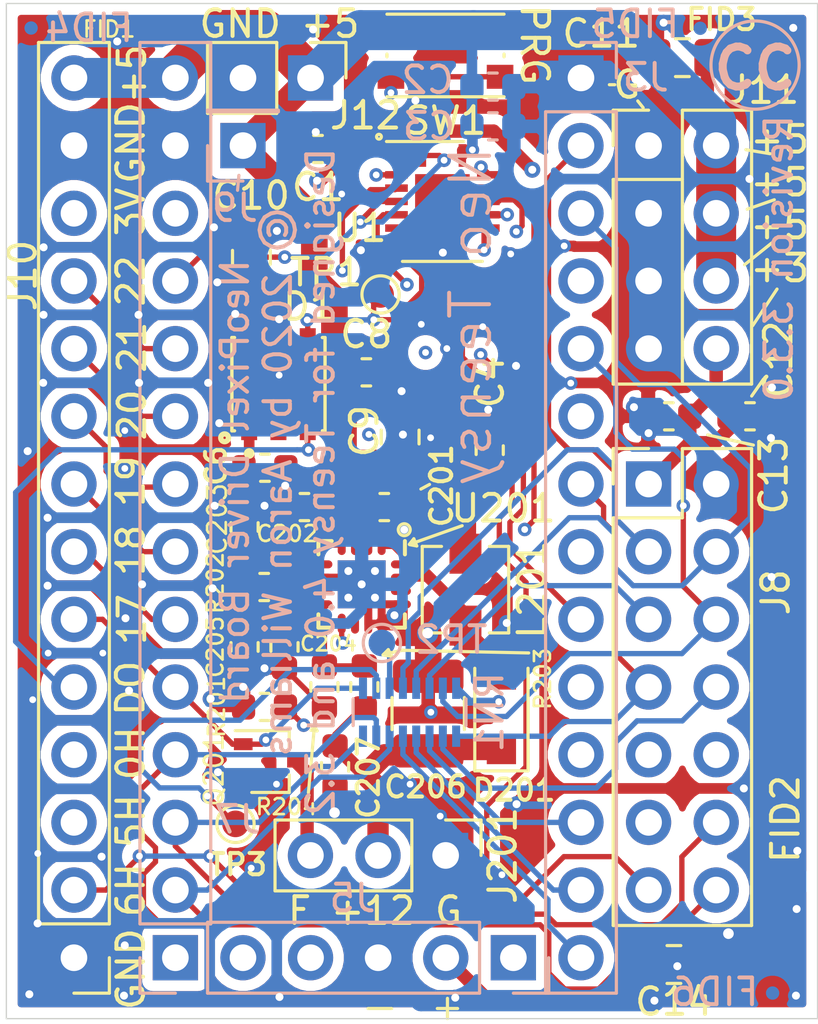
<source format=kicad_pcb>
(kicad_pcb (version 20171130) (host pcbnew 5.1.5-5.1.5)
  (title_block (title "Neo Teensy") (date 2019-12-31) (rev 3.3) (comment 1 "Copyright (C) 2019 Aaron Williams") (comment 2 aaron.w2@gmail.com))
  (layers (0 F.Cu signal) (1 In1.Cu mixed) (2 In2.Cu mixed) (31 B.Cu signal) (34 B.Paste user) (35 F.Paste user) (36 B.SilkS user) (37 F.SilkS user) (38 B.Mask user) (39 F.Mask user) (44 Edge.Cuts user))
  (net 0 "")
  (net 1 GND)
  (net 2 +3V3)
  (net 3 +5V)
  (net 4 /DO)
  (net 5 /IO12)
  (net 6 /IO11)
  (net 7 /IO10)
  (net 8 /IO9)
  (net 9 /IO8)
  (net 10 /IO7)
  (net 11 /IO6)
  (net 12 /IO5)
  (net 13 /IO4)
  (net 14 /IO3)
  (net 15 /IO2)
  (net 16 /IO1)
  (net 17 /IO0)
  (net 18 /ON_OFF)
  (net 19 /Program)
  (net 20 /IO23)
  (net 21 /IO22)
  (net 22 /IO21)
  (net 23 /IO20)
  (net 24 /IO19)
  (net 25 /IO18)
  (net 26 /IO15)
  (net 27 /IO14)
  (net 28 /IO13)
  (net 29 /IO6_H)
  (net 30 /VBat)
  (net 31 /DIN)
  (net 32 /12-Boost/SS)
  (net 33 /12-Boost/COMP)
  (net 34 "Net-(C205-Pad1)")
  (net 35 +12V)
  (net 36 /12-Boost/SW)
  (net 37 /12-Boost/FET_DRV)
  (net 38 FET_CTL)
  (net 39 /12-Boost/FREQ)
  (net 40 /12-Boost/FB)
  (net 41 "Net-(U201-Pad5)")
  (net 42 "Net-(U201-Pad10)")
  (net 43 "Net-(U201-Pad14)")
  (net 44 /IO16)
  (net 45 /IO9_H)
  (net 46 /IO8_H)
  (net 47 "Net-(RN1-Pad10)")
  (net 48 "Net-(RN1-Pad11)")
  (module TestPoint:TestPoint_Pad_D1.0mm (layer F.Cu) (at 27.66 62.54)
    (fp_text reference TP3 (at 0.09 1.53 -180) (layer F.SilkS) (effects (font (size 0.8 0.8))))
    (fp_text value TestPoint)
    (pad 1 smd circle (at 0 0) (size 1 1) (layers F.Cu F.Mask) (net 47 "Net-(RN1-Pad10)"))
  )
  (module TestPoint:TestPoint_Pad_D1.0mm (layer B.Cu) (at 33.16 55.75)
    (fp_text reference TP2 (at 2.6 -0.12) (layer B.SilkS) (effects (justify mirror)))
    (fp_text value TestPoint)
    (pad 1 smd circle (at 0 0) (size 1 1) (layers B.Cu B.Mask) (net 48 "Net-(RN1-Pad11)"))
  )
  (module Fiducial:Fiducial_0.5mm_Mask1mm (layer B.Cu) (at 45.12 32.68)
    (fp_text reference FID5 (at -2.44 -0.16) (layer B.SilkS) (effects (justify mirror)))
    (fp_text value FIDUCIAL_1MM)
    (pad "" smd circle (at 0 0) (size 0.5 0.5) (layers B.Cu B.Mask) (clearance 0.25))
  )
  (module Fiducial:Fiducial_0.5mm_Mask1mm (layer B.Cu) (at 19.98 32.67)
    (fp_text reference FID4 (at 2.18 0) (layer B.SilkS) (effects (justify mirror)))
    (fp_text value FIDUCIAL_1MM)
    (pad "" smd circle (at 0 0) (size 0.5 0.5) (layers B.Cu B.Mask) (clearance 0.25))
  )
  (module Fiducial:Fiducial_0.5mm_Mask1mm (layer F.Cu) (at 47.68 32.67)
    (fp_text reference FID3 (at -1.76 -0.32) (layer F.SilkS) (effects (font (size 0.8 0.8))))
    (fp_text value FIDUCIAL_1MM)
    (pad "" smd circle (at 0 0) (size 0.5 0.5) (layers F.Cu F.Mask) (clearance 0.25))
  )
  (module Fiducial:Fiducial_0.5mm_Mask1mm (layer B.Cu) (at 47.84 68.89)
    (fp_text reference FID6 (at -2.18 -0.04) (layer B.SilkS) (effects (justify mirror)))
    (fp_text value FIDUCIAL_1MM)
    (pad "" smd circle (at 0 0) (size 0.5 0.5) (layers B.Cu B.Mask) (clearance 0.25))
  )
  (module Aaron:SW_SPST_KMR2 (layer F.Cu) (at 35.55 33.7 180)
    (fp_text reference SW1 (at 0 -2.45 180) (layer F.SilkS))
    (fp_text value SW_SPST_KMR2)
    (pad 2 smd rect (at 2.05 0.8 270) (size 0.9 1) (layers F.Cu F.Paste F.Mask) (net 1 GND))
    (pad 1 smd rect (at 2.05 -0.8 270) (size 0.9 1) (layers F.Cu F.Paste F.Mask) (net 19 /Program))
    (pad 2 smd rect (at -2.05 0.8 270) (size 0.9 1) (layers F.Cu F.Paste F.Mask) (net 1 GND))
    (pad 1 smd rect (at -2.05 -0.8 270) (size 0.9 1) (layers F.Cu F.Paste F.Mask) (net 19 /Program))
  )
  (module Resistor_SMD:R_Array_Convex_8x0602 (layer B.Cu) (at 34.2 58.35 90)
    (fp_text reference RN1 (at 0 3 90) (layer B.SilkS) (effects (justify mirror)))
    (fp_text value 100K)
    (pad 10 smd rect (at 0.9 -1.25 90) (size 0.8 0.3) (layers B.Cu B.Paste B.Mask) (net 47 "Net-(RN1-Pad10)"))
    (pad 12 smd rect (at 0.9 -0.25 90) (size 0.8 0.3) (layers B.Cu B.Paste B.Mask) (net 17 /IO0))
    (pad 11 smd rect (at 0.9 -0.75 90) (size 0.8 0.3) (layers B.Cu B.Paste B.Mask) (net 48 "Net-(RN1-Pad11)"))
    (pad 13 smd rect (at 0.9 0.25 90) (size 0.8 0.3) (layers B.Cu B.Paste B.Mask) (net 16 /IO1))
    (pad 14 smd rect (at 0.9 0.75 90) (size 0.8 0.3) (layers B.Cu B.Paste B.Mask) (net 15 /IO2))
    (pad 15 smd rect (at 0.9 1.25 90) (size 0.8 0.3) (layers B.Cu B.Paste B.Mask) (net 14 /IO3))
    (pad 7 smd rect (at -0.9 -1.25 90) (size 0.8 0.3) (layers B.Cu B.Paste B.Mask) (net 44 /IO16))
    (pad 6 smd rect (at -0.9 -0.75 90) (size 0.8 0.3) (layers B.Cu B.Paste B.Mask) (net 27 /IO14))
    (pad 5 smd rect (at -0.9 -0.25 90) (size 0.8 0.3) (layers B.Cu B.Paste B.Mask) (net 5 /IO12))
    (pad 4 smd rect (at -0.9 0.25 90) (size 0.8 0.3) (layers B.Cu B.Paste B.Mask) (net 6 /IO11))
    (pad 3 smd rect (at -0.9 0.75 90) (size 0.8 0.3) (layers B.Cu B.Paste B.Mask) (net 7 /IO10))
    (pad 2 smd rect (at -0.9 1.25 90) (size 0.8 0.3) (layers B.Cu B.Paste B.Mask) (net 13 /IO4))
    (pad 9 smd rect (at 0.9 -1.75 90) (size 0.8 0.3) (layers B.Cu B.Paste B.Mask) (net 38 FET_CTL))
    (pad 8 smd rect (at -0.9 -1.75 90) (size 0.8 0.3) (layers B.Cu B.Paste B.Mask) (net 26 /IO15))
    (pad 16 smd rect (at 0.9 1.75 90) (size 0.8 0.3) (layers B.Cu B.Paste B.Mask) (net 2 +3V3))
    (pad 1 smd rect (at -0.9 1.75 90) (size 0.8 0.3) (layers B.Cu B.Paste B.Mask) (net 12 /IO5))
  )
  (module Connector_PinHeader_2.54mm:PinHeader_2x07_P2.54mm_Vertical (layer F.Cu) (at 43.18 49.784)
    (fp_text reference J8 (at 4.7752 4.064 90) (layer F.SilkS))
    (fp_text value Conn_02x07_Odd_Even)
    (pad 14 thru_hole oval (at 2.54 15.24) (size 1.7 1.7) (drill 1) (layers *.Cu *.Mask) (net 44 /IO16))
    (pad 13 thru_hole oval (at 0 15.24) (size 1.7 1.7) (drill 1) (layers *.Cu *.Mask) (net 26 /IO15))
    (pad 12 thru_hole oval (at 2.54 12.7) (size 1.7 1.7) (drill 1) (layers *.Cu *.Mask) (net 27 /IO14))
    (pad 11 thru_hole oval (at 0 12.7) (size 1.7 1.7) (drill 1) (layers *.Cu *.Mask) (net 5 /IO12))
    (pad 10 thru_hole oval (at 2.54 10.16) (size 1.7 1.7) (drill 1) (layers *.Cu *.Mask) (net 6 /IO11))
    (pad 9 thru_hole oval (at 0 10.16) (size 1.7 1.7) (drill 1) (layers *.Cu *.Mask) (net 7 /IO10))
    (pad 8 thru_hole oval (at 2.54 7.62) (size 1.7 1.7) (drill 1) (layers *.Cu *.Mask) (net 13 /IO4))
    (pad 7 thru_hole oval (at 0 7.62) (size 1.7 1.7) (drill 1) (layers *.Cu *.Mask) (net 12 /IO5))
    (pad 6 thru_hole oval (at 2.54 5.08) (size 1.7 1.7) (drill 1) (layers *.Cu *.Mask) (net 14 /IO3))
    (pad 5 thru_hole oval (at 0 5.08) (size 1.7 1.7) (drill 1) (layers *.Cu *.Mask) (net 15 /IO2))
    (pad 4 thru_hole oval (at 2.54 2.54) (size 1.7 1.7) (drill 1) (layers *.Cu *.Mask) (net 16 /IO1))
    (pad 3 thru_hole oval (at 0 2.54) (size 1.7 1.7) (drill 1) (layers *.Cu *.Mask) (net 17 /IO0))
    (pad 2 thru_hole oval (at 2.54 0) (size 1.7 1.7) (drill 1) (layers *.Cu *.Mask) (net 1 GND))
    (pad 1 thru_hole rect (at 0 0) (size 1.7 1.7) (drill 1) (layers *.Cu *.Mask) (net 2 +3V3))
  )
  (module Capacitor_SMD:C_0805_2012Metric (layer F.Cu) (at 44.45 33.782 180)
    (fp_text reference C11 (at 3.05 0.902) (layer F.SilkS))
    (fp_text value 10uF)
    (pad 2 smd roundrect (at 0.9375 0 180) (size 0.975 1.4) (layers F.Cu F.Paste F.Mask) (net 1 GND))
    (pad 1 smd roundrect (at -0.9375 0 180) (size 0.975 1.4) (layers F.Cu F.Paste F.Mask) (net 3 +5V))
  )
  (module Capacitor_SMD:C_0805_2012Metric (layer F.Cu) (at 33.8455 48.021 90)
    (fp_text reference C9 (at 0.221 -1.3455 90) (layer F.SilkS))
    (fp_text value 10uF)
    (pad 2 smd roundrect (at 0.9375 0 90) (size 0.975 1.4) (layers F.Cu F.Paste F.Mask) (net 1 GND))
    (pad 1 smd roundrect (at -0.9375 0 90) (size 0.975 1.4) (layers F.Cu F.Paste F.Mask) (net 3 +5V))
  )
  (module Capacitor_SMD:C_0603_1608Metric (layer F.Cu) (at 32.5755 45.593)
    (fp_text reference C8 (at 0 -1.43) (layer F.SilkS))
    (fp_text value 0.1uF)
    (pad 2 smd roundrect (at 0.7875 0) (size 0.875 0.95) (layers F.Cu F.Paste F.Mask) (net 1 GND))
    (pad 1 smd roundrect (at -0.7875 0) (size 0.875 0.95) (layers F.Cu F.Paste F.Mask) (net 3 +5V))
  )
  (module Capacitor_SMD:C_0603_1608Metric (layer F.Cu) (at 28.7655 49.1744)
    (fp_text reference C6 (at -1.8405 -0.0744 270) (layer F.SilkS) (effects (font (size 0.75 0.75))))
    (fp_text value 1uF)
    (pad 2 smd roundrect (at 0.7875 0) (size 0.875 0.95) (layers F.Cu F.Paste F.Mask) (net 1 GND))
    (pad 1 smd roundrect (at -0.7875 0) (size 0.875 0.95) (layers F.Cu F.Paste F.Mask) (net 3 +5V))
  )
  (module Capacitor_SMD:C_0603_1608Metric (layer F.Cu) (at 37.211 48.514 90)
    (fp_text reference C4 (at 2.554 0.009 90) (layer F.SilkS))
    (fp_text value 0.1uF)
    (pad 2 smd roundrect (at 0.7875 0 90) (size 0.875 0.95) (layers F.Cu F.Paste F.Mask) (net 1 GND))
    (pad 1 smd roundrect (at -0.7875 0 90) (size 0.875 0.95) (layers F.Cu F.Paste F.Mask) (net 3 +5V))
  )
  (module Capacitor_SMD:C_0603_1608Metric (layer F.Cu) (at 30.7595 37.211 180)
    (fp_text reference C1 (at 0 -1.43) (layer F.SilkS))
    (fp_text value 0.1uF)
    (pad 2 smd roundrect (at 0.7875 0 180) (size 0.875 0.95) (layers F.Cu F.Paste F.Mask) (net 1 GND))
    (pad 1 smd roundrect (at -0.7875 0 180) (size 0.875 0.95) (layers F.Cu F.Paste F.Mask) (net 2 +3V3))
  )
  (module TestPoint:TestPoint_Pad_D1.0mm (layer F.Cu) (at 33.11 42.67)
    (fp_text reference TP1 (at -2.05 -0.83) (layer F.SilkS))
    (fp_text value TestPoint)
    (pad 1 smd circle (at 0 0) (size 1 1) (layers F.Cu F.Mask) (net 31 /DIN))
  )
  (module Connector_PinHeader_2.54mm:PinHeader_1x03_P2.54mm_Vertical (layer F.Cu) (at 35.555 63.725 270)
    (fp_text reference J201 (at 0 -2.145 90) (layer F.SilkS))
    (fp_text value Conn_01x03)
    (pad 3 thru_hole oval (at 0 5.08 270) (size 1.7 1.7) (drill 1) (layers *.Cu *.Mask) (net 37 /12-Boost/FET_DRV))
    (pad 2 thru_hole oval (at 0 2.54 270) (size 1.7 1.7) (drill 1) (layers *.Cu *.Mask) (net 35 +12V))
    (pad 1 thru_hole rect (at 0 0 270) (size 1.7 1.7) (drill 1) (layers *.Cu *.Mask) (net 1 GND))
  )
  (module Aaron:QFN-16-1EP_3x3mm_P0.5mm_EP2.7x2.7mm_ThermalVias (layer F.Cu) (at 32.4 53.55 270)
    (fp_text reference U201 (at -2.85 -5.325 180) (layer F.SilkS))
    (fp_text value TPS55340-Q1)
    (pad 1 smd oval (at -1.475 -0.75 270) (size 0.75 0.3) (layers F.Cu F.Paste F.Mask) (net 36 /12-Boost/SW))
    (pad 2 smd oval (at -1.475 -0.25 270) (size 0.75 0.3) (layers F.Cu F.Paste F.Mask) (net 3 +5V))
    (pad 3 smd oval (at -1.475 0.25 270) (size 0.75 0.3) (layers F.Cu F.Paste F.Mask) (net 3 +5V))
    (pad 4 smd oval (at -1.475 0.75 270) (size 0.75 0.3) (layers F.Cu F.Paste F.Mask) (net 32 /12-Boost/SS))
    (pad 5 smd oval (at -0.75 1.475) (size 0.75 0.3) (layers F.Cu F.Paste F.Mask) (net 41 "Net-(U201-Pad5)"))
    (pad 6 smd oval (at -0.25 1.475) (size 0.75 0.3) (layers F.Cu F.Paste F.Mask) (net 1 GND))
    (pad 7 smd oval (at 0.25 1.475) (size 0.75 0.3) (layers F.Cu F.Paste F.Mask) (net 33 /12-Boost/COMP))
    (pad 8 smd oval (at 0.75 1.475) (size 0.75 0.3) (layers F.Cu F.Paste F.Mask) (net 40 /12-Boost/FB))
    (pad 9 smd oval (at 1.475 0.75 270) (size 0.75 0.3) (layers F.Cu F.Paste F.Mask) (net 39 /12-Boost/FREQ))
    (pad 10 smd oval (at 1.475 0.25 270) (size 0.75 0.3) (layers F.Cu F.Paste F.Mask) (net 42 "Net-(U201-Pad10)"))
    (pad 11 smd oval (at 1.475 -0.25 270) (size 0.75 0.3) (layers F.Cu F.Paste F.Mask) (net 1 GND))
    (pad 12 smd oval (at 1.475 -0.75 270) (size 0.75 0.3) (layers F.Cu F.Paste F.Mask) (net 1 GND))
    (pad 13 smd oval (at 0.75 -1.475) (size 0.75 0.3) (layers F.Cu F.Paste F.Mask) (net 1 GND))
    (pad 14 smd oval (at 0.25 -1.475) (size 0.75 0.3) (layers F.Cu F.Paste F.Mask) (net 43 "Net-(U201-Pad14)"))
    (pad 15 smd oval (at -0.25 -1.475) (size 0.75 0.3) (layers F.Cu F.Paste F.Mask) (net 36 /12-Boost/SW))
    (pad 16 smd oval (at -0.75 -1.475) (size 0.75 0.3) (layers F.Cu F.Paste F.Mask) (net 36 /12-Boost/SW))
    (pad 17 smd rect (at 0 0 270) (size 1.8 1.8) (layers B.Cu) (net 1 GND))
    (pad 17 smd rect (at 0 0 270) (size 1.8 1.8) (layers F.Cu F.Mask) (net 1 GND))
    (pad 17 thru_hole circle (at 0 0 270) (size 0.6 0.6) (drill 0.3) (layers *.Cu) (net 1 GND))
    (pad 17 thru_hole circle (at -0.5 -0.5 270) (size 0.6 0.6) (drill 0.3) (layers *.Cu) (net 1 GND))
    (pad 17 thru_hole circle (at 0.5 -0.5 270) (size 0.6 0.6) (drill 0.3) (layers *.Cu) (net 1 GND))
    (pad 17 thru_hole circle (at 0.5 0.5 270) (size 0.6 0.6) (drill 0.3) (layers *.Cu) (net 1 GND))
    (pad 17 thru_hole circle (at -0.5 0.5 270) (size 0.6 0.6) (drill 0.3) (layers *.Cu) (net 1 GND))
  )
  (module Resistor_SMD:R_0603_1608Metric (layer F.Cu) (at 31 57.4 270)
    (fp_text reference R204 (at 4.5 1.425 180) (layer F.SilkS) (effects (font (size 0.6 0.6) (thickness 0.1))))
    (fp_text value 10k)
    (pad 2 smd roundrect (at 0.7875 0 270) (size 0.875 0.95) (layers F.Cu F.Paste F.Mask) (net 1 GND))
    (pad 1 smd roundrect (at -0.7875 0 270) (size 0.875 0.95) (layers F.Cu F.Paste F.Mask) (net 40 /12-Boost/FB))
  )
  (module Resistor_SMD:R_0603_1608Metric (layer F.Cu) (at 32.5 57.4 90)
    (fp_text reference R203 (at 0.3 6.7 90) (layer F.SilkS) (effects (font (size 0.6 0.6) (thickness 0.1))))
    (fp_text value 86.6k)
    (pad 2 smd roundrect (at 0.7875 0 90) (size 0.875 0.95) (layers F.Cu F.Paste F.Mask) (net 40 /12-Boost/FB))
    (pad 1 smd roundrect (at -0.7875 0 90) (size 0.875 0.95) (layers F.Cu F.Paste F.Mask) (net 35 +12V))
  )
  (module Resistor_SMD:R_0603_1608Metric (layer F.Cu) (at 28.7375 53.65)
    (fp_text reference R202 (at -1.8375 -0.15 90) (layer F.SilkS) (effects (font (size 0.6 0.6) (thickness 0.1))))
    (fp_text value 1.62k)
    (pad 2 smd roundrect (at 0.7875 0) (size 0.875 0.95) (layers F.Cu F.Paste F.Mask) (net 33 /12-Boost/COMP))
    (pad 1 smd roundrect (at -0.7875 0) (size 0.875 0.95) (layers F.Cu F.Paste F.Mask) (net 34 "Net-(C205-Pad1)"))
  )
  (module Resistor_SMD:R_0603_1608Metric (layer F.Cu) (at 28.75 58.15 180)
    (fp_text reference R201 (at 1.8 0 90) (layer F.SilkS) (effects (font (size 0.6 0.6) (thickness 0.1))))
    (fp_text value 18.7K)
    (pad 2 smd roundrect (at 0.7875 0 180) (size 0.875 0.95) (layers F.Cu F.Paste F.Mask) (net 1 GND))
    (pad 1 smd roundrect (at -0.7875 0 180) (size 0.875 0.95) (layers F.Cu F.Paste F.Mask) (net 39 /12-Boost/FREQ))
  )
  (module Package_TO_SOT_SMD:SOT-323_SC-70 (layer F.Cu) (at 28.95 60.2)
    (fp_text reference Q201 (at -2.1 0.325 90) (layer F.SilkS) (effects (font (size 0.7 0.7) (thickness 0.1))))
    (fp_text value BSS214NW)
    (pad 3 smd rect (at 1 0 270) (size 0.45 0.7) (layers F.Cu F.Paste F.Mask) (net 37 /12-Boost/FET_DRV))
    (pad 2 smd rect (at -1 0.65 270) (size 0.45 0.7) (layers F.Cu F.Paste F.Mask) (net 1 GND))
    (pad 1 smd rect (at -1 -0.65 270) (size 0.45 0.7) (layers F.Cu F.Paste F.Mask) (net 38 FET_CTL))
  )
  (module Aaron:L_Vishay_IHLP-1212 (layer F.Cu) (at 36.3 53.75 270)
    (fp_text reference L201 (at 0 -2.5 90) (layer F.SilkS))
    (fp_text value 3.3uH)
    (pad 1 smd rect (at -1.35 0 270) (size 1.5 1.2) (layers F.Cu F.Paste F.Mask) (net 3 +5V))
    (pad 2 smd rect (at 1.35 0 270) (size 1.5 1.2) (layers F.Cu F.Paste F.Mask) (net 36 /12-Boost/SW))
  )
  (module Diode_SMD:D_SOD-123F (layer F.Cu) (at 37.65 58.35 90)
    (fp_text reference D201 (at -2.925 0.475 180) (layer F.SilkS) (effects (font (size 0.8 0.8))))
    (fp_text value SS24FL)
    (pad 2 smd rect (at 1.4 0 90) (size 1.1 1.1) (layers F.Cu F.Paste F.Mask) (net 36 /12-Boost/SW))
    (pad 1 smd rect (at -1.4 0 90) (size 1.1 1.1) (layers F.Cu F.Paste F.Mask) (net 35 +12V))
  )
  (module Capacitor_SMD:C_0603_1608Metric (layer F.Cu) (at 31.4 60.4 270)
    (fp_text reference C207 (at 0.4 -1.25 90) (layer F.SilkS) (effects (font (size 0.8 0.8))))
    (fp_text value 1uF)
    (pad 2 smd roundrect (at 0.7875 0 270) (size 0.875 0.95) (layers F.Cu F.Paste F.Mask) (net 1 GND))
    (pad 1 smd roundrect (at -0.7875 0 270) (size 0.875 0.95) (layers F.Cu F.Paste F.Mask) (net 35 +12V))
  )
  (module Capacitor_SMD:C_1210_3225Metric (layer F.Cu) (at 34.9 58.4 90)
    (fp_text reference C206 (at -2.75 -0.1 180) (layer F.SilkS) (effects (font (size 0.8 0.8))))
    (fp_text value 47uF)
    (pad 2 smd roundrect (at 1.4 0 90) (size 1.25 2.65) (layers F.Cu F.Paste F.Mask) (roundrect_rratio 0.2) (net 1 GND))
    (pad 1 smd roundrect (at -1.4 0 90) (size 1.25 2.65) (layers F.Cu F.Paste F.Mask) (roundrect_rratio 0.2) (net 35 +12V))
  )
  (module Capacitor_SMD:C_0603_1608Metric (layer F.Cu) (at 28 55.9 270)
    (fp_text reference C205 (at 0 1.1 90) (layer F.SilkS) (effects (font (size 0.6 0.6) (thickness 0.1))))
    (fp_text value 47nF)
    (pad 2 smd roundrect (at 0.7875 0 270) (size 0.875 0.95) (layers F.Cu F.Paste F.Mask) (net 1 GND))
    (pad 1 smd roundrect (at -0.7875 0 270) (size 0.875 0.95) (layers F.Cu F.Paste F.Mask) (net 34 "Net-(C205-Pad1)"))
  )
  (module Capacitor_SMD:C_0603_1608Metric (layer F.Cu) (at 29.5 55.9 270)
    (fp_text reference C204 (at -0.12 -1.65 180) (layer F.SilkS) (effects (font (size 0.55 0.55) (thickness 0.1))))
    (fp_text value 820pF)
    (pad 2 smd roundrect (at 0.7875 0 270) (size 0.875 0.95) (layers F.Cu F.Paste F.Mask) (net 1 GND))
    (pad 1 smd roundrect (at -0.7875 0 270) (size 0.875 0.95) (layers F.Cu F.Paste F.Mask) (net 33 /12-Boost/COMP))
  )
  (module Capacitor_SMD:C_0603_1608Metric (layer F.Cu) (at 28 51.4 90)
    (fp_text reference C203 (at 0.3 -1.025 90) (layer F.SilkS) (effects (font (size 0.7 0.7) (thickness 0.1))))
    (fp_text value 22nF)
    (pad 2 smd roundrect (at 0.7875 0 90) (size 0.875 0.95) (layers F.Cu F.Paste F.Mask) (net 1 GND))
    (pad 1 smd roundrect (at -0.7875 0 90) (size 0.875 0.95) (layers F.Cu F.Paste F.Mask) (net 32 /12-Boost/SS))
  )
  (module Capacitor_SMD:C_0603_1608Metric (layer F.Cu) (at 30.25 50.65 180)
    (fp_text reference C202 (at 0.65 -1 180) (layer F.SilkS) (effects (font (size 0.6 0.6) (thickness 0.1))))
    (fp_text value 0.1uF)
    (pad 2 smd roundrect (at 0.7875 0 180) (size 0.875 0.95) (layers F.Cu F.Paste F.Mask) (net 1 GND))
    (pad 1 smd roundrect (at -0.7875 0 180) (size 0.875 0.95) (layers F.Cu F.Paste F.Mask) (net 3 +5V))
  )
  (module Capacitor_SMD:C_0603_1608Metric (layer F.Cu) (at 33.25 50.65)
    (fp_text reference C201 (at 2.15 -0.8 90) (layer F.SilkS) (effects (font (size 0.8 0.8))))
    (fp_text value 22uF)
    (pad 2 smd roundrect (at 0.7875 0) (size 0.875 0.95) (layers F.Cu F.Paste F.Mask) (net 1 GND))
    (pad 1 smd roundrect (at -0.7875 0) (size 0.875 0.95) (layers F.Cu F.Paste F.Mask) (net 3 +5V))
  )
  (module Package_DFN_QFN:Texas_S-PVQFN-N14 (layer F.Cu) (at 35.433 39.1795)
    (fp_text reference U1 (at -3.108 0.9955) (layer F.SilkS))
    (fp_text value SN74AHCT125N)
    (pad 15 smd rect (at 0 0 270) (size 2.05 2.05) (layers F.Cu F.Mask))
    (pad 14 smd rect (at 0.75 -1.725 270) (size 0.85 0.28) (layers F.Cu F.Paste F.Mask) (net 3 +5V))
    (pad 13 smd rect (at 1.725 -1 270) (size 0.28 0.85) (layers F.Cu F.Paste F.Mask) (net 20 /IO23))
    (pad 12 smd rect (at 1.725 -0.5 270) (size 0.28 0.85) (layers F.Cu F.Paste F.Mask) (net 8 /IO9))
    (pad 11 smd rect (at 1.725 0 270) (size 0.28 0.85) (layers F.Cu F.Paste F.Mask) (net 45 /IO9_H))
    (pad 10 smd rect (at 1.725 0.5 270) (size 0.28 0.85) (layers F.Cu F.Paste F.Mask) (net 20 /IO23))
    (pad 9 smd rect (at 1.725 1 270) (size 0.28 0.85) (layers F.Cu F.Paste F.Mask) (net 9 /IO8))
    (pad 8 smd rect (at 0.75 1.725 270) (size 0.85 0.28) (layers F.Cu F.Paste F.Mask) (net 46 /IO8_H))
    (pad 7 smd rect (at -0.75 1.725 270) (size 0.85 0.28) (layers F.Cu F.Paste F.Mask) (net 1 GND))
    (pad 6 smd rect (at -1.725 1 270) (size 0.28 0.85) (layers F.Cu F.Paste F.Mask) (net 31 /DIN))
    (pad 5 smd rect (at -1.725 0.5 270) (size 0.28 0.85) (layers F.Cu F.Paste F.Mask) (net 10 /IO7))
    (pad 4 smd rect (at -1.725 0 270) (size 0.28 0.85) (layers F.Cu F.Paste F.Mask) (net 20 /IO23))
    (pad 3 smd rect (at -1.725 -0.5 270) (size 0.28 0.85) (layers F.Cu F.Paste F.Mask) (net 29 /IO6_H))
    (pad 2 smd rect (at -1.725 -1 270) (size 0.28 0.85) (layers F.Cu F.Paste F.Mask) (net 11 /IO6))
    (pad 1 smd rect (at -0.75 -1.725 270) (size 0.85 0.28) (layers F.Cu F.Paste F.Mask) (net 20 /IO23))
  )
  (module Capacitor_SMD:C_0805_2012Metric (layer F.Cu) (at 44.1325 67.818)
    (fp_text reference C14 (at 0 1.397) (layer F.SilkS))
    (fp_text value 10uF)
    (pad 2 smd roundrect (at 0.9375 0) (size 0.975 1.4) (layers F.Cu F.Paste F.Mask) (net 1 GND))
    (pad 1 smd roundrect (at -0.9375 0) (size 0.975 1.4) (layers F.Cu F.Paste F.Mask) (net 2 +3V3))
  )
  (module Capacitor_SMD:C_0805_2012Metric (layer F.Cu) (at 28.2575 41.275 90)
    (fp_text reference C10 (at 2.3114 -0.0127 180) (layer F.SilkS))
    (fp_text value 10uF)
    (pad 2 smd roundrect (at 0.9375 0 90) (size 0.975 1.4) (layers F.Cu F.Paste F.Mask) (net 1 GND))
    (pad 1 smd roundrect (at -0.9375 0 90) (size 0.975 1.4) (layers F.Cu F.Paste F.Mask) (net 3 +5V))
  )
  (module Connector_PinHeader_2.54mm:PinHeader_2x04_P2.54mm_Vertical (layer F.Cu) (at 43.18 37.084)
    (fp_text reference J11 (at 4.318 -2.0955) (layer F.SilkS))
    (fp_text value Conn_02x04_Odd_Even)
    (pad 8 thru_hole oval (at 2.54 7.62) (size 1.7 1.7) (drill 1) (layers *.Cu *.Mask) (net 2 +3V3))
    (pad 7 thru_hole oval (at 0 7.62) (size 1.7 1.7) (drill 1) (layers *.Cu *.Mask) (net 1 GND))
    (pad 6 thru_hole oval (at 2.54 5.08) (size 1.7 1.7) (drill 1) (layers *.Cu *.Mask) (net 3 +5V))
    (pad 5 thru_hole oval (at 0 5.08) (size 1.7 1.7) (drill 1) (layers *.Cu *.Mask) (net 1 GND))
    (pad 4 thru_hole oval (at 2.54 2.54) (size 1.7 1.7) (drill 1) (layers *.Cu *.Mask) (net 3 +5V))
    (pad 3 thru_hole oval (at 0 2.54) (size 1.7 1.7) (drill 1) (layers *.Cu *.Mask) (net 1 GND))
    (pad 2 thru_hole oval (at 2.54 0) (size 1.7 1.7) (drill 1) (layers *.Cu *.Mask) (net 3 +5V))
    (pad 1 thru_hole rect (at 0 0) (size 1.7 1.7) (drill 1) (layers *.Cu *.Mask) (net 1 GND))
  )
  (module Fiducial:Fiducial_0.5mm_Mask1mm (layer F.Cu) (at 48.3235 64.7065)
    (fp_text reference FID2 (at 0 -2.3495 90) (layer F.SilkS))
    (fp_text value FIDUCIAL_1MM)
    (pad "" smd circle (at 0 0) (size 0.5 0.5) (layers F.Cu F.Mask) (clearance 0.25))
  )
  (module Fiducial:Fiducial_0.5mm_Mask1mm (layer F.Cu) (at 24.1935 32.766)
    (fp_text reference FID1 (at -1.2827 -0.0508) (layer F.SilkS) (effects (font (size 0.6 0.6) (thickness 0.1))))
    (fp_text value FIDUCIAL_1MM)
    (pad "" smd circle (at 0 0) (size 0.5 0.5) (layers F.Cu F.Mask) (clearance 0.25))
  )
  (module Connector_PinHeader_2.54mm:PinHeader_1x02_P2.54mm_Vertical (layer F.Cu) (at 30.48 34.544 270)
    (fp_text reference J12 (at 1.406 -2.07 180) (layer F.SilkS))
    (fp_text value Conn_01x02)
    (pad 2 thru_hole oval (at 0 2.54 270) (size 1.7 1.7) (drill 1) (layers *.Cu *.Mask) (net 1 GND))
    (pad 1 thru_hole rect (at 0 0 270) (size 1.7 1.7) (drill 1) (layers *.Cu *.Mask) (net 3 +5V))
  )
  (module LED_WS2813-mini:LED_WS2813-MINI-2 (layer F.Cu) (at 29.2735 46.0375 90)
    (fp_text reference D1 (at 2.9083 1.1557 180) (layer F.SilkS))
    (fp_text value WS2813-MINI)
    (pad 6 smd rect (at 1.5 -1.1 270) (size 1.2 0.6) (layers F.Cu F.Paste F.Mask) (net 1 GND))
    (pad 5 smd rect (at 1.5 0 270) (size 1.2 0.6) (layers F.Cu F.Paste F.Mask) (net 1 GND))
    (pad 4 smd rect (at 1.5 1.1 270) (size 1.2 0.6) (layers F.Cu F.Paste F.Mask) (net 31 /DIN))
    (pad 3 smd rect (at -1.5 1.1 90) (size 1.2 0.6) (layers F.Cu F.Paste F.Mask) (net 4 /DO))
    (pad 2 smd rect (at -1.5 0 90) (size 1.2 0.6) (layers F.Cu F.Paste F.Mask) (net 3 +5V))
    (pad 1 smd rect (at -1.5 -1.1 90) (size 1.2 0.6) (layers F.Cu F.Paste F.Mask) (net 3 +5V))
  )
  (module Connector_PinHeader_2.54mm:PinHeader_1x14_P2.54mm_Vertical (layer F.Cu) (at 21.59 67.564 180)
    (fp_text reference J10 (at 1.9304 25.6032 90) (layer F.SilkS))
    (fp_text value Conn_01x14)
    (pad 14 thru_hole oval (at 0 33.02 180) (size 1.7 1.7) (drill 1) (layers *.Cu *.Mask) (net 3 +5V))
    (pad 13 thru_hole oval (at 0 30.48 180) (size 1.7 1.7) (drill 1) (layers *.Cu *.Mask) (net 1 GND))
    (pad 12 thru_hole oval (at 0 27.94 180) (size 1.7 1.7) (drill 1) (layers *.Cu *.Mask) (net 2 +3V3))
    (pad 11 thru_hole oval (at 0 25.4 180) (size 1.7 1.7) (drill 1) (layers *.Cu *.Mask) (net 21 /IO22))
    (pad 10 thru_hole oval (at 0 22.86 180) (size 1.7 1.7) (drill 1) (layers *.Cu *.Mask) (net 22 /IO21))
    (pad 9 thru_hole oval (at 0 20.32 180) (size 1.7 1.7) (drill 1) (layers *.Cu *.Mask) (net 23 /IO20))
    (pad 8 thru_hole oval (at 0 17.78 180) (size 1.7 1.7) (drill 1) (layers *.Cu *.Mask) (net 24 /IO19))
    (pad 7 thru_hole oval (at 0 15.24 180) (size 1.7 1.7) (drill 1) (layers *.Cu *.Mask) (net 25 /IO18))
    (pad 6 thru_hole oval (at 0 12.7 180) (size 1.7 1.7) (drill 1) (layers *.Cu *.Mask) (net 38 FET_CTL))
    (pad 5 thru_hole oval (at 0 10.16 180) (size 1.7 1.7) (drill 1) (layers *.Cu *.Mask) (net 4 /DO))
    (pad 4 thru_hole oval (at 0 7.62 180) (size 1.7 1.7) (drill 1) (layers *.Cu *.Mask) (net 29 /IO6_H))
    (pad 3 thru_hole oval (at 0 5.08 180) (size 1.7 1.7) (drill 1) (layers *.Cu *.Mask) (net 45 /IO9_H))
    (pad 2 thru_hole oval (at 0 2.54 180) (size 1.7 1.7) (drill 1) (layers *.Cu *.Mask) (net 46 /IO8_H))
    (pad 1 thru_hole rect (at 0 0 180) (size 1.7 1.7) (drill 1) (layers *.Cu *.Mask) (net 1 GND))
  )
  (module Connector_PinHeader_2.54mm:PinHeader_1x14_P2.54mm_Vertical (layer B.Cu) (at 25.4 67.564)
    (fp_text reference J7 (at 2.325 -5.189 180) (layer B.SilkS) (effects (justify mirror)))
    (fp_text value Conn_01x14_Male)
    (pad 14 thru_hole oval (at 0 -33.02) (size 1.7 1.7) (drill 1) (layers *.Cu *.Mask) (net 3 +5V))
    (pad 13 thru_hole oval (at 0 -30.48) (size 1.7 1.7) (drill 1) (layers *.Cu *.Mask) (net 1 GND))
    (pad 12 thru_hole oval (at 0 -27.94) (size 1.7 1.7) (drill 1) (layers *.Cu *.Mask) (net 2 +3V3))
    (pad 11 thru_hole oval (at 0 -25.4) (size 1.7 1.7) (drill 1) (layers *.Cu *.Mask) (net 20 /IO23))
    (pad 10 thru_hole oval (at 0 -22.86) (size 1.7 1.7) (drill 1) (layers *.Cu *.Mask) (net 21 /IO22))
    (pad 9 thru_hole oval (at 0 -20.32) (size 1.7 1.7) (drill 1) (layers *.Cu *.Mask) (net 22 /IO21))
    (pad 8 thru_hole oval (at 0 -17.78) (size 1.7 1.7) (drill 1) (layers *.Cu *.Mask) (net 23 /IO20))
    (pad 7 thru_hole oval (at 0 -15.24) (size 1.7 1.7) (drill 1) (layers *.Cu *.Mask) (net 24 /IO19))
    (pad 6 thru_hole oval (at 0 -12.7) (size 1.7 1.7) (drill 1) (layers *.Cu *.Mask) (net 25 /IO18))
    (pad 5 thru_hole oval (at 0 -10.16) (size 1.7 1.7) (drill 1) (layers *.Cu *.Mask) (net 38 FET_CTL))
    (pad 4 thru_hole oval (at 0 -7.62) (size 1.7 1.7) (drill 1) (layers *.Cu *.Mask) (net 44 /IO16))
    (pad 3 thru_hole oval (at 0 -5.08) (size 1.7 1.7) (drill 1) (layers *.Cu *.Mask) (net 26 /IO15))
    (pad 2 thru_hole oval (at 0 -2.54) (size 1.7 1.7) (drill 1) (layers *.Cu *.Mask) (net 27 /IO14))
    (pad 1 thru_hole rect (at 0 0) (size 1.7 1.7) (drill 1) (layers *.Cu *.Mask) (net 28 /IO13))
  )
  (module Connector_PinHeader_2.54mm:PinHeader_1x01_P2.54mm_Vertical (layer B.Cu) (at 27.94 37.084)
    (fp_text reference J9 (at -0.3048 2.3368) (layer B.SilkS) (effects (justify mirror)))
    (fp_text value Conn_01x01_Male)
    (pad 1 thru_hole rect (at 0 0) (size 1.7 1.7) (drill 1) (layers *.Cu *.Mask) (net 3 +5V))
  )
  (module Connector_PinHeader_2.54mm:PinHeader_1x05_P2.54mm_Vertical (layer B.Cu) (at 38.1 67.564 90)
    (fp_text reference J5 (at 2.2352 -6.0452 180) (layer B.SilkS) (effects (justify mirror)))
    (fp_text value Conn_01x05_Male)
    (pad 5 thru_hole oval (at 0 -10.16 90) (size 1.7 1.7) (drill 1) (layers *.Cu *.Mask) (net 18 /ON_OFF))
    (pad 4 thru_hole oval (at 0 -7.62 90) (size 1.7 1.7) (drill 1) (layers *.Cu *.Mask) (net 19 /Program))
    (pad 3 thru_hole oval (at 0 -5.08 90) (size 1.7 1.7) (drill 1) (layers *.Cu *.Mask) (net 1 GND))
    (pad 2 thru_hole oval (at 0 -2.54 90) (size 1.7 1.7) (drill 1) (layers *.Cu *.Mask) (net 2 +3V3))
    (pad 1 thru_hole rect (at 0 0 90) (size 1.7 1.7) (drill 1) (layers *.Cu *.Mask) (net 30 /VBat))
  )
  (module Connector_PinHeader_2.54mm:PinHeader_1x14_P2.54mm_Vertical (layer B.Cu) (at 40.64 34.544 180)
    (fp_text reference J3 (at -2.435 0.019 180) (layer B.SilkS) (effects (justify mirror)))
    (fp_text value Conn_01x14_Male)
    (pad 14 thru_hole oval (at 0 -33.02 180) (size 1.7 1.7) (drill 1) (layers *.Cu *.Mask) (net 5 /IO12))
    (pad 13 thru_hole oval (at 0 -30.48 180) (size 1.7 1.7) (drill 1) (layers *.Cu *.Mask) (net 6 /IO11))
    (pad 12 thru_hole oval (at 0 -27.94 180) (size 1.7 1.7) (drill 1) (layers *.Cu *.Mask) (net 7 /IO10))
    (pad 11 thru_hole oval (at 0 -25.4 180) (size 1.7 1.7) (drill 1) (layers *.Cu *.Mask) (net 8 /IO9))
    (pad 10 thru_hole oval (at 0 -22.86 180) (size 1.7 1.7) (drill 1) (layers *.Cu *.Mask) (net 9 /IO8))
    (pad 9 thru_hole oval (at 0 -20.32 180) (size 1.7 1.7) (drill 1) (layers *.Cu *.Mask) (net 10 /IO7))
    (pad 8 thru_hole oval (at 0 -17.78 180) (size 1.7 1.7) (drill 1) (layers *.Cu *.Mask) (net 11 /IO6))
    (pad 7 thru_hole oval (at 0 -15.24 180) (size 1.7 1.7) (drill 1) (layers *.Cu *.Mask) (net 12 /IO5))
    (pad 6 thru_hole oval (at 0 -12.7 180) (size 1.7 1.7) (drill 1) (layers *.Cu *.Mask) (net 13 /IO4))
    (pad 5 thru_hole oval (at 0 -10.16 180) (size 1.7 1.7) (drill 1) (layers *.Cu *.Mask) (net 14 /IO3))
    (pad 4 thru_hole oval (at 0 -7.62 180) (size 1.7 1.7) (drill 1) (layers *.Cu *.Mask) (net 15 /IO2))
    (pad 3 thru_hole oval (at 0 -5.08 180) (size 1.7 1.7) (drill 1) (layers *.Cu *.Mask) (net 16 /IO1))
    (pad 2 thru_hole oval (at 0 -2.54 180) (size 1.7 1.7) (drill 1) (layers *.Cu *.Mask) (net 17 /IO0))
    (pad 1 thru_hole rect (at 0 0 180) (size 1.7 1.7) (drill 1) (layers *.Cu *.Mask) (net 1 GND))
  )
  (module Capacitor_SMD:C_0603_1608Metric (layer F.Cu) (at 43.942 47.244 180)
    (fp_text reference C13 (at -3.937 -2.2225 90) (layer F.SilkS))
    (fp_text value 0.1uF)
    (pad 2 smd roundrect (at 0.7875 0 180) (size 0.875 0.95) (layers F.Cu F.Paste F.Mask) (net 1 GND))
    (pad 1 smd roundrect (at -0.7875 0 180) (size 0.875 0.95) (layers F.Cu F.Paste F.Mask) (net 2 +3V3))
  )
  (module Capacitor_SMD:C_0603_1608Metric (layer F.Cu) (at 46.99 47.244)
    (fp_text reference C12 (at 1.0668 -2.1336 90) (layer F.SilkS))
    (fp_text value 1uF)
    (pad 2 smd roundrect (at 0.7875 0) (size 0.875 0.95) (layers F.Cu F.Paste F.Mask) (net 1 GND))
    (pad 1 smd roundrect (at -0.7875 0) (size 0.875 0.95) (layers F.Cu F.Paste F.Mask) (net 2 +3V3))
  )
  (module Capacitor_SMD:C_0603_1608Metric (layer B.Cu) (at 37.33 36.36)
    (fp_text reference C3 (at -2.4 0) (layer B.SilkS) (effects (justify mirror)))
    (fp_text value 1uF)
    (pad 2 smd roundrect (at 0.7875 0) (size 0.875 0.95) (layers B.Cu B.Paste B.Mask) (net 1 GND))
    (pad 1 smd roundrect (at -0.7875 0) (size 0.875 0.95) (layers B.Cu B.Paste B.Mask) (net 3 +5V))
  )
  (module Capacitor_SMD:C_0603_1608Metric (layer B.Cu) (at 37.33 34.87)
    (fp_text reference C2 (at -2.45 -0.25) (layer B.SilkS) (effects (justify mirror)))
    (fp_text value 0.1uF)
    (pad 2 smd roundrect (at 0.7875 0) (size 0.875 0.95) (layers B.Cu B.Paste B.Mask) (net 1 GND))
    (pad 1 smd roundrect (at -0.7875 0) (size 0.875 0.95) (layers B.Cu B.Paste B.Mask) (net 3 +5V))
  )
  (gr_text PRG (at 38.9 33.3 270) (layer F.SilkS) (effects (font (size 1 1))))
  (gr_line (start 34.47 52.11) (end 34.2 52.06) (layer F.SilkS) (width 0.12))
  (gr_line (start 34.36 51.84) (end 34.47 52.11) (layer F.SilkS) (width 0.12))
  (gr_line (start 34.19 52.05) (end 34.36 51.84) (layer F.SilkS) (width 0.12))
  (gr_line (start 30.5 59.025) (end 30.6 58.9) (layer F.SilkS) (width 0.12))
  (gr_line (start 30.725 59.05) (end 30.5 59.025) (layer F.SilkS) (width 0.12))
  (gr_line (start 30.625 58.875) (end 30.725 59.05) (layer F.SilkS) (width 0.12))
  (gr_line (start 33.525 56.25) (end 33.2 56.2) (layer F.SilkS) (width 0.12))
  (gr_line (start 33.4 56) (end 33.525 56.25) (layer F.SilkS) (width 0.12))
  (gr_line (start 33.225 56.175) (end 33.4 56) (layer F.SilkS) (width 0.12))
  (gr_line (start 33.925 56.025) (end 33.225 56.175) (layer F.SilkS) (width 0.12))
  (gr_line (start 38.675 56.125) (end 33.925 56.025) (layer F.SilkS) (width 0.12))
  (gr_line (start 30.4 61.37) (end 30.625 58.875) (layer F.SilkS) (width 0.12))
  (gr_circle (center 34 51.5) (end 34.1 51.3) (layer F.SilkS) (width 0.12))
  (gr_text GND (at 23.73 67.99 90) (layer F.SilkS) (effects (font (size 1 1))))
  (gr_text "F +12 G" (at 32.9 65.8) (layer F.SilkS) (effects (font (size 1 1))))
  (gr_line (start 34.95 49.8) (end 34.625 49.975) (layer F.SilkS) (width 0.12))
  (gr_line (start 36.175 51.35) (end 34.2 52.05) (layer F.SilkS) (width 0.12))
  (gr_circle (center 27.25 48.05) (end 27.395774 48.05) (layer F.SilkS) (width 0.2))
  (gr_text "Neo Teensy" (at 36.5 43.5 90) (layer B.SilkS) (effects (font (size 1.5 1.5)) (justify mirror)))
  (gr_line (start 27.7368 38.7604) (end 27.7876 38.2016) (layer B.SilkS) (width 0.12))
  (gr_text DO (at 23.71 57.45 90) (layer F.SilkS) (effects (font (size 1 1))))
  (gr_text 6H (at 23.7236 65.024 90) (layer F.SilkS) (effects (font (size 1 1))))
  (gr_text 5H (at 23.7236 62.4332 90) (layer F.SilkS) (effects (font (size 1 1))))
  (gr_text 0H (at 23.7236 59.8932 90) (layer F.SilkS) (effects (font (size 1 1))))
  (gr_text 17 (at 23.7744 54.864 90) (layer F.SilkS) (effects (font (size 1 1))))
  (gr_text 18 (at 23.7236 52.2732 90) (layer F.SilkS) (effects (font (size 1 1))))
  (gr_text 19 (at 23.7236 49.6824 90) (layer F.SilkS) (effects (font (size 1 1))))
  (gr_text 20 (at 23.7744 47.1932 90) (layer F.SilkS) (effects (font (size 1 1))))
  (gr_text 21 (at 23.7744 44.6532 90) (layer F.SilkS) (effects (font (size 1 1))))
  (gr_text 22 (at 23.7236 42.164 90) (layer F.SilkS) (effects (font (size 1 1))))
  (gr_text 3V (at 23.7236 39.5732 90) (layer F.SilkS) (effects (font (size 1 1))))
  (gr_text GND (at 23.7236 36.9824 90) (layer F.SilkS) (effects (font (size 1 1))))
  (gr_text +5 (at 23.7744 34.3916 90) (layer F.SilkS) (effects (font (size 1 1))))
  (gr_text "GND +5" (at 29.3116 32.512) (layer F.SilkS) (effects (font (size 1 1))))
  (gr_line (start 42.9768 35.6616) (end 42.7736 35.4076) (layer F.SilkS) (width 0.12))
  (gr_line (start 44.45 38.4048) (end 44.45 46.0248) (layer F.SilkS) (width 0.12))
  (gr_line (start 41.91 34.798) (end 41.7068 34.798) (layer F.SilkS) (width 0.12))
  (gr_text G (at 42.3672 34.798) (layer F.SilkS) (effects (font (size 1 1))))
  (gr_line (start 47.752 37.3888) (end 46.8376 37.2364) (layer F.SilkS) (width 0.12))
  (gr_line (start 47.9044 39.116) (end 46.8884 39.4716) (layer F.SilkS) (width 0.12))
  (gr_line (start 46.7868 41.5544) (end 47.8028 40.7416) (layer F.SilkS) (width 0.12))
  (gr_line (start 47.0916 43.8404) (end 48.006 42.4688) (layer F.SilkS) (width 0.12))
  (gr_text "+5\n+5\n+5\n+3" (at 48.1076 39.2684) (layer F.SilkS) (effects (font (size 1 1))))
  (gr_circle (center 33.05 36.75) (end 33.1135 36.6865) (layer F.SilkS) (width 0.12))
  (gr_line (start 47.498 45.847) (end 47.0535 46.482) (layer F.SilkS) (width 0.12))
  (gr_line (start 47.117 48.3235) (end 45.4025 47.9425) (layer F.SilkS) (width 0.12))
  (gr_line (start 19.05 69.85) (end 19.05 31.75) (layer Edge.Cuts) (width 0.05))
  (gr_line (start 49.53 69.85) (end 19.05 69.85) (layer Edge.Cuts) (width 0.05))
  (gr_line (start 49.53 31.75) (end 49.53 69.85) (layer Edge.Cuts) (width 0.05))
  (gr_line (start 19.05 31.75) (end 49.53 31.75) (layer Edge.Cuts) (width 0.05))
  (gr_line (start 35.2425 69.469) (end 36.0045 69.469) (layer F.SilkS) (width 0.12))
  (gr_line (start 35.6235 69.088) (end 35.6235 69.85) (layer F.SilkS) (width 0.12))
  (gr_line (start 32.639 69.469) (end 33.528 69.469) (layer F.SilkS) (width 0.12))
  (gr_circle (center 47.1805 34.0614) (end 47.0535 35.7124) (layer B.SilkS) (width 0.12))
  (gr_text CC (at 47.1805 34.1884) (layer B.SilkS) (effects (font (size 1.5 1.5) (thickness 0.3))))
  (gr_text "Revision 3.3.0" (at 48.075 41.325 90) (layer B.SilkS) (effects (font (size 1 1)) (justify mirror)))
  (gr_text "NeoPixel Driver Board\n© 2020 by Aaron Williams\nDesigned for Teensy 4.0 and 3.2" (at 29.25 49.7 90) (layer B.SilkS) (effects (font (size 1 1)) (justify mirror)))
  (via (at 38 41.15) (size 0.508) (drill 0.254) (layers F.Cu B.Cu) (net 1))
  (via (at 23.5 49.2) (size 0.508) (drill 0.254) (layers F.Cu B.Cu) (net 1))
  (via (at 43.4 69.175) (size 0.6) (drill 0.3) (layers F.Cu B.Cu) (net 1))
  (segment (start 26.689999 66.433997) (end 26.689999 68.955599) (width 0.4) (layer B.Cu) (net 1))
  (segment (start 26.530003 66.274001) (end 26.689999 66.433997) (width 0.4) (layer B.Cu) (net 1))
  (segment (start 26.2255 43.434) (end 24.016 43.434) (width 0.4) (layer B.Cu) (net 1))
  (segment (start 26.67 33.147) (end 26.67 35.687) (width 0.3) (layer B.Cu) (net 1))
  (segment (start 45.72 49.3015) (end 45.72 49.8475) (width 0.5) (layer F.Cu) (net 1))
  (segment (start 43.18 44.704) (end 43.18 47.3075) (width 0.5) (layer F.Cu) (net 1))
  (via (at 47.8155 46.1645) (size 0.6) (drill 0.3) (layers F.Cu B.Cu) (net 1))
  (segment (start 47.7775 47.244) (end 47.7775 46.2025) (width 0.5) (layer F.Cu) (net 1))
  (segment (start 47.7775 46.2025) (end 47.8155 46.1645) (width 0.5) (layer F.Cu) (net 1))
  (via (at 44.259498 67.8815) (size 0.6) (drill 0.3) (layers F.Cu B.Cu) (net 1))
  (segment (start 44.683762 67.8815) (end 44.259498 67.8815) (width 0.5) (layer F.Cu) (net 1))
  (segment (start 45.085 67.818) (end 45.0215 67.8815) (width 0.5) (layer F.Cu) (net 1))
  (segment (start 45.0215 67.8815) (end 44.683762 67.8815) (width 0.5) (layer F.Cu) (net 1))
  (segment (start 29.2735 44.5375) (end 28.1735 44.5375) (width 0.4) (layer F.Cu) (net 1))
  (segment (start 29.553 49.149) (end 29.553 49.822) (width 0.4) (layer F.Cu) (net 1))
  (via (at 29.5275 49.8475) (size 0.6) (drill 0.3) (layers F.Cu B.Cu) (net 1))
  (segment (start 29.553 49.822) (end 29.5275 49.8475) (width 0.4) (layer F.Cu) (net 1))
  (segment (start 33.8455 46.0755) (end 33.363 45.593) (width 0.4) (layer F.Cu) (net 1))
  (segment (start 33.8455 47.0835) (end 33.8455 46.0755) (width 0.4) (layer F.Cu) (net 1))
  (via (at 48.6156 32.6644) (size 0.6) (drill 0.3) (layers F.Cu B.Cu) (net 1))
  (via (at 48.7172 68.9864) (size 0.6) (drill 0.3) (layers F.Cu B.Cu) (net 1))
  (via (at 19.9136 68.9356) (size 0.6) (drill 0.3) (layers F.Cu B.Cu) (net 1))
  (via (at 23.4696 68.9864) (size 0.6) (drill 0.3) (layers F.Cu B.Cu) (net 1))
  (via (at 29.3116 69.0372) (size 0.6) (drill 0.3) (layers F.Cu B.Cu) (net 1))
  (via (at 26.9748 42.2148) (size 0.6) (drill 0.3) (layers F.Cu B.Cu) (net 1))
  (segment (start 35.2425 35.306) (end 35.2425 35.306) (width 0.4) (layer F.Cu) (net 1))
  (via (at 34.42 35.39) (size 0.6) (drill 0.3) (layers F.Cu B.Cu) (net 1))
  (via (at 23.2156 33.1724) (size 0.6) (drill 0.3) (layers F.Cu B.Cu) (net 1))
  (via (at 48.768 63.5508) (size 0.6) (drill 0.3) (layers F.Cu B.Cu) (net 1))
  (segment (start 29.3116 68.612936) (end 29.21 68.511336) (width 0.4) (layer B.Cu) (net 1))
  (segment (start 29.3116 69.0372) (end 29.3116 68.612936) (width 0.4) (layer B.Cu) (net 1))
  (segment (start 29.21 68.511336) (end 29.21 66.3448) (width 0.4) (layer B.Cu) (net 1))
  (segment (start 28.789999 35.393999) (end 29.845002 36.449002) (width 0.5) (layer B.Cu) (net 1))
  (segment (start 27.94 34.544) (end 28.789999 35.393999) (width 0.5) (layer B.Cu) (net 1))
  (segment (start 25.4 37.084) (end 21.59 37.084) (width 1) (layer B.Cu) (net 1))
  (segment (start 26.2255 40.894) (end 23.5585 40.894) (width 0.4) (layer B.Cu) (net 1))
  (segment (start 23.5585 45.9867) (end 26.6319 45.9867) (width 0.4) (layer B.Cu) (net 1))
  (segment (start 26.6319 45.9867) (end 20.4343 45.9867) (width 0.4) (layer B.Cu) (net 1))
  (segment (start 28.2575 40.3375) (end 29.163272 40.3375) (width 0.5) (layer F.Cu) (net 1))
  (via (at 29.214475 40.286297) (size 0.6) (drill 0.3) (layers F.Cu B.Cu) (net 1))
  (segment (start 29.163272 40.3375) (end 29.214475 40.286297) (width 0.5) (layer F.Cu) (net 1))
  (segment (start 26.6319 45.9867) (end 26.6319 45.9867) (width 0.4) (layer B.Cu) (net 1))
  (via (at 26.6319 45.9867) (size 0.6) (drill 0.3) (layers F.Cu B.Cu) (net 1))
  (segment (start 20.4343 45.9867) (end 20.4343 45.9867) (width 0.4) (layer B.Cu) (net 1))
  (via (at 20.4343 45.9867) (size 0.6) (drill 0.3) (layers F.Cu B.Cu) (net 1))
  (segment (start 20.447 40.894) (end 20.447 40.894) (width 0.4) (layer B.Cu) (net 1))
  (via (at 48.7426 65.7352) (size 0.6) (drill 0.3) (layers F.Cu B.Cu) (net 1))
  (via (at 35.9156 69.0626) (size 0.6) (drill 0.3) (layers F.Cu B.Cu) (net 1))
  (segment (start 20.701 43.434) (end 20.701 43.434) (width 0.4) (layer B.Cu) (net 1))
  (via (at 20.447 43.434) (size 0.6) (drill 0.3) (layers F.Cu B.Cu) (net 1))
  (via (at 47.7774 48.0568) (size 0.6) (drill 0.3) (layers F.Cu B.Cu) (net 1))
  (segment (start 32.65 55.025) (end 33.15 55.025) (width 0.3) (layer F.Cu) (net 1))
  (segment (start 32.4 53.55) (end 30.85 53.55) (width 0.5) (layer B.Cu) (net 1))
  (segment (start 32.4 53.55) (end 32.4 52.3) (width 0.5) (layer B.Cu) (net 1))
  (segment (start 32.65 53.8) (end 32.4 53.55) (width 0.3) (layer F.Cu) (net 1))
  (segment (start 32.65 55.025) (end 32.65 53.8) (width 0.3) (layer F.Cu) (net 1))
  (segment (start 33.15 55.025) (end 33.15 54.3) (width 0.3) (layer F.Cu) (net 1))
  (segment (start 33.15 54.3) (end 32.4 53.55) (width 0.3) (layer F.Cu) (net 1))
  (segment (start 33.875 54.3) (end 33.15 54.3) (width 0.3) (layer F.Cu) (net 1))
  (via (at 28.75 56.7) (size 0.6) (drill 0.3) (layers F.Cu B.Cu) (net 1))
  (via (at 27.95 57.4) (size 0.6) (drill 0.3) (layers F.Cu B.Cu) (net 1))
  (via (at 28.75 50.6) (size 0.6) (drill 0.3) (layers F.Cu B.Cu) (net 1))
  (via (at 19.85 48.55) (size 0.6) (drill 0.3) (layers F.Cu B.Cu) (net 1))
  (via (at 26.8 53.7) (size 0.6) (drill 0.3) (layers F.Cu B.Cu) (net 1))
  (via (at 26.875 50.6) (size 0.6) (drill 0.3) (layers F.Cu B.Cu) (net 1))
  (via (at 27.05 47.5) (size 0.6) (drill 0.3) (layers F.Cu B.Cu) (net 1))
  (segment (start 23.650803 42.322797) (end 23.650803 42.747061) (width 1) (layer B.Cu) (net 1))
  (segment (start 23.650803 42.820997) (end 23.650803 42.747061) (width 1) (layer B.Cu) (net 1))
  (segment (start 23.5585 42.9133) (end 23.650803 42.820997) (width 1) (layer B.Cu) (net 1))
  (segment (start 23.5585 40.894) (end 23.650803 40.986303) (width 1) (layer B.Cu) (net 1))
  (segment (start 23.650803 40.986303) (end 23.650803 42.322797) (width 1) (layer B.Cu) (net 1))
  (segment (start 23.5585 45.9867) (end 23.5585 42.9133) (width 1) (layer B.Cu) (net 1))
  (via (at 34 51.5) (size 0.6) (drill 0.3) (layers F.Cu B.Cu) (net 1))
  (segment (start 34.0375 51.4625) (end 34 51.5) (width 0.5) (layer F.Cu) (net 1))
  (segment (start 34.0375 50.65) (end 34.0375 51.4625) (width 0.5) (layer F.Cu) (net 1))
  (via (at 20.6 53.6) (size 0.6) (drill 0.3) (layers F.Cu B.Cu) (net 1))
  (segment (start 26.8 53.7) (end 26.375736 53.7) (width 0.4) (layer B.Cu) (net 1))
  (segment (start 26.375736 53.7) (end 26.275736 53.6) (width 0.4) (layer B.Cu) (net 1))
  (via (at 20.6 51.05) (size 0.6) (drill 0.3) (layers F.Cu B.Cu) (net 1))
  (segment (start 23.5 51.05) (end 23.5 56.1) (width 0.8) (layer B.Cu) (net 1))
  (segment (start 26.55 56.15) (end 23.45 56.15) (width 0.4) (layer B.Cu) (net 1))
  (segment (start 20.6 51.05) (end 23.5 51.05) (width 0.4) (layer B.Cu) (net 1))
  (segment (start 23.5 51.05) (end 26.35 51.05) (width 0.4) (layer B.Cu) (net 1))
  (segment (start 20.500999 66.274001) (end 20.5 66.275) (width 0.4) (layer B.Cu) (net 1))
  (via (at 20.450002 40.9) (size 0.6) (drill 0.3) (layers F.Cu B.Cu) (net 1))
  (segment (start 23.5585 40.894) (end 23.5525 40.9) (width 0.4) (layer B.Cu) (net 1))
  (segment (start 20.874266 40.9) (end 20.450002 40.9) (width 0.4) (layer B.Cu) (net 1))
  (segment (start 23.5525 40.9) (end 20.874266 40.9) (width 0.4) (layer B.Cu) (net 1))
  (segment (start 20.450002 40.9) (end 20.874266 40.9) (width 0.4) (layer F.Cu) (net 1))
  (segment (start 20.874266 40.9) (end 22.95 40.9) (width 0.4) (layer F.Cu) (net 1))
  (segment (start 24.016 43.434) (end 20.701 43.434) (width 0.4) (layer B.Cu) (net 1))
  (via (at 24.016 43.434) (size 0.6) (drill 0.3) (layers F.Cu B.Cu) (net 1))
  (segment (start 24.016 43.434) (end 26.716 43.434) (width 0.4) (layer F.Cu) (net 1))
  (via (at 27.65 43.4) (size 0.6) (drill 0.3) (layers F.Cu B.Cu) (net 1))
  (segment (start 27.949999 43.699999) (end 27.65 43.4) (width 0.5) (layer F.Cu) (net 1))
  (segment (start 28.194 43.944) (end 27.949999 43.699999) (width 0.5) (layer F.Cu) (net 1))
  (segment (start 28.194 44.2745) (end 28.194 43.944) (width 0.5) (layer F.Cu) (net 1))
  (via (at 24.0367 45.9867) (size 0.6) (drill 0.3) (layers F.Cu B.Cu) (net 1))
  (segment (start 26.6319 45.9867) (end 24.0367 45.9867) (width 0.4) (layer F.Cu) (net 1))
  (segment (start 26.7 53.6) (end 24.15 53.6) (width 0.4) (layer F.Cu) (net 1))
  (segment (start 26.8 53.7) (end 26.7 53.6) (width 0.4) (layer F.Cu) (net 1))
  (segment (start 26.275736 53.6) (end 24.15 53.6) (width 0.4) (layer B.Cu) (net 1))
  (via (at 24.15 53.55) (size 0.6) (drill 0.3) (layers F.Cu B.Cu) (net 1))
  (segment (start 24.15 53.6) (end 20.6 53.6) (width 0.4) (layer B.Cu) (net 1))
  (segment (start 31 58.1875) (end 31.0625 58.1875) (width 0.3) (layer F.Cu) (net 1))
  (via (at 30.675 36.575002) (size 0.6) (drill 0.3) (layers F.Cu B.Cu) (net 1))
  (segment (start 29.971002 36.575002) (end 30.250736 36.575002) (width 0.4) (layer B.Cu) (net 1))
  (segment (start 29.845002 36.449002) (end 29.971002 36.575002) (width 0.4) (layer B.Cu) (net 1))
  (segment (start 30.250736 36.575002) (end 30.675 36.575002) (width 0.4) (layer B.Cu) (net 1))
  (segment (start 30.607998 36.575002) (end 30.675 36.575002) (width 0.4) (layer F.Cu) (net 1))
  (segment (start 29.972 37.211) (end 30.607998 36.575002) (width 0.4) (layer F.Cu) (net 1))
  (segment (start 32.15 53.3) (end 32.4 53.55) (width 0.3) (layer F.Cu) (net 1))
  (segment (start 30.925 53.3) (end 32.15 53.3) (width 0.3) (layer F.Cu) (net 1))
  (via (at 46.18 66.66) (size 0.8) (drill 0.4) (layers F.Cu B.Cu) (net 1))
  (segment (start 22.815999 66.274001) (end 26.530003 66.274001) (width 0.4) (layer B.Cu) (net 1))
  (segment (start 23.464199 66.274001) (end 22.815999 66.274001) (width 0.4) (layer B.Cu) (net 1))
  (segment (start 22.815999 66.274001) (end 20.500999 66.274001) (width 0.4) (layer B.Cu) (net 1))
  (via (at 23.660004 57.54) (size 0.6) (drill 0.3) (layers F.Cu B.Cu) (net 1))
  (segment (start 23.66 57.540004) (end 23.660004 57.54) (width 0.8) (layer F.Cu) (net 1))
  (segment (start 20.65 61.225) (end 22.985 61.225) (width 0.4) (layer B.Cu) (net 1))
  (via (at 46.76 61.21) (size 0.6) (drill 0.3) (layers F.Cu B.Cu) (net 1))
  (via (at 20.04 57.88) (size 0.508) (drill 0.254) (layers F.Cu B.Cu) (net 1))
  (segment (start 20.814001 58.654001) (end 20.04 57.88) (width 0.4) (layer B.Cu) (net 1))
  (segment (start 23.660004 57.54) (end 22.546003 58.654001) (width 0.4) (layer B.Cu) (net 1))
  (segment (start 22.546003 58.654001) (end 20.814001 58.654001) (width 0.4) (layer B.Cu) (net 1))
  (via (at 20.23 63.65) (size 0.508) (drill 0.254) (layers F.Cu B.Cu) (net 1))
  (segment (start 20.224001 66.274001) (end 22.815999 66.274001) (width 0.4) (layer B.Cu) (net 1))
  (segment (start 20.22 66.27) (end 20.224001 66.274001) (width 0.4) (layer B.Cu) (net 1))
  (segment (start 20.23 63.65) (end 20.23 66.26) (width 0.4) (layer B.Cu) (net 1))
  (segment (start 20.23 66.26) (end 20.22 66.27) (width 0.4) (layer B.Cu) (net 1))
  (segment (start 20.04 57.88) (end 20.23 58.07) (width 0.4) (layer B.Cu) (net 1))
  (via (at 23.5 47.78) (size 0.508) (drill 0.254) (layers F.Cu B.Cu) (net 1))
  (segment (start 33.875 54.926456) (end 33.875 54.3) (width 0.3) (layer F.Cu) (net 1))
  (segment (start 33.15 55.025) (end 33.776456 55.025) (width 0.3) (layer F.Cu) (net 1))
  (segment (start 33.776456 55.025) (end 33.875 54.926456) (width 0.3) (layer F.Cu) (net 1))
  (segment (start 24.214001 48.494001) (end 26.494001 48.494001) (width 0.4) (layer F.Cu) (net 1))
  (segment (start 23.5 47.78) (end 24.214001 48.494001) (width 0.4) (layer F.Cu) (net 1))
  (via (at 33.9 46.3) (size 0.6) (drill 0.3) (layers F.Cu B.Cu) (net 1))
  (via (at 23.5 67.1) (size 0.6) (drill 0.3) (layers F.Cu B.Cu) (net 1))
  (segment (start 20.224001 66.274001) (end 20.224001 66.274001) (width 0.4) (layer B.Cu) (net 1))
  (via (at 20.224001 66.274001) (size 0.6) (drill 0.3) (layers F.Cu B.Cu) (net 1))
  (segment (start 23.5 47.42079) (end 23.5 47.78) (width 0.4) (layer F.Cu) (net 1))
  (segment (start 23.5 47.303998) (end 23.5 47.42079) (width 0.4) (layer F.Cu) (net 1))
  (segment (start 22.182702 45.9867) (end 23.5 47.303998) (width 0.4) (layer F.Cu) (net 1))
  (segment (start 20.4343 45.9867) (end 22.182702 45.9867) (width 0.4) (layer F.Cu) (net 1))
  (via (at 29.3 43.6) (size 0.6) (drill 0.3) (layers F.Cu B.Cu) (net 1))
  (segment (start 20.58921 63.65) (end 20.711306 63.772096) (width 0.4) (layer B.Cu) (net 1))
  (segment (start 20.23 63.65) (end 20.58921 63.65) (width 0.4) (layer B.Cu) (net 1))
  (segment (start 20.711306 63.772096) (end 22.62822 63.772096) (width 0.4) (layer B.Cu) (net 1))
  (segment (start 22.62822 63.772096) (end 22.882219 63.518097) (width 0.4) (layer B.Cu) (net 1))
  (segment (start 19.9136 68.9356) (end 19.9136 56.912707) (width 0.5) (layer F.Cu) (net 1))
  (segment (start 20.300001 53.300001) (end 20.6 53.6) (width 0.5) (layer B.Cu) (net 1))
  (segment (start 20.289999 53.289999) (end 20.300001 53.300001) (width 0.5) (layer B.Cu) (net 1))
  (segment (start 20.289999 51.360001) (end 20.289999 53.289999) (width 0.5) (layer B.Cu) (net 1))
  (segment (start 20.6 51.05) (end 20.289999 51.360001) (width 0.5) (layer B.Cu) (net 1))
  (segment (start 22.303122 53.6) (end 23.526561 54.823439) (width 0.4) (layer F.Cu) (net 1))
  (segment (start 24.857121 56.153999) (end 26.553999 56.153999) (width 0.4) (layer F.Cu) (net 1))
  (segment (start 20.6 53.6) (end 22.303122 53.6) (width 0.4) (layer F.Cu) (net 1))
  (segment (start 23.660004 57.115736) (end 22.674268 56.13) (width 0.4) (layer F.Cu) (net 1))
  (segment (start 23.660004 57.54) (end 23.660004 57.115736) (width 0.4) (layer F.Cu) (net 1))
  (segment (start 22.674268 56.13) (end 22.674268 56.13) (width 0.4) (layer F.Cu) (net 1))
  (segment (start 22.546003 58.654001) (end 20.554001 58.654001) (width 0.4) (layer F.Cu) (net 1))
  (segment (start 23.660004 57.54) (end 22.546003 58.654001) (width 0.4) (layer F.Cu) (net 1))
  (segment (start 23.526561 54.823439) (end 24.857121 56.153999) (width 0.4) (layer F.Cu) (net 1))
  (via (at 23.526561 54.823439) (size 0.6) (drill 0.3) (layers F.Cu B.Cu) (net 1))
  (via (at 31.38 62.12) (size 0.8) (drill 0.4) (layers F.Cu B.Cu) (net 1))
  (segment (start 34.631 69.175) (end 43.4 69.175) (width 0.8) (layer B.Cu) (net 1))
  (segment (start 33.02 67.564) (end 34.631 69.175) (width 0.8) (layer B.Cu) (net 1))
  (segment (start 46.959001 38.334001) (end 46.959001 38.334001) (width 0.4) (layer B.Cu) (net 1))
  (via (at 47.8 53.275) (size 0.6) (drill 0.3) (layers F.Cu B.Cu) (net 1))
  (segment (start 46.76 61.21) (end 44.415 61.21) (width 0.4) (layer F.Cu) (net 1))
  (segment (start 44.415 61.21) (end 44.430001 61.194999) (width 0.4) (layer F.Cu) (net 1))
  (via (at 28.25 64.2) (size 0.508) (drill 0.254) (layers F.Cu B.Cu) (net 1))
  (segment (start 42.630009 47.157009) (end 42.630009 46.900004) (width 0.4) (layer F.Cu) (net 1))
  (segment (start 42.717 47.244) (end 42.630009 47.157009) (width 0.4) (layer F.Cu) (net 1))
  (segment (start 43.1545 47.244) (end 42.717 47.244) (width 0.4) (layer F.Cu) (net 1))
  (via (at 42.630009 46.900004) (size 0.6) (drill 0.3) (layers F.Cu B.Cu) (net 1))
  (segment (start 33.318392 55.025) (end 33.331726 55.011666) (width 0.5) (layer F.Cu) (net 1))
  (segment (start 33.331726 55.011666) (end 33.631725 54.711667) (width 0.5) (layer F.Cu) (net 1))
  (segment (start 33.15 55.025) (end 33.318392 55.025) (width 0.5) (layer F.Cu) (net 1))
  (via (at 33.631725 54.711667) (size 0.6) (drill 0.3) (layers F.Cu B.Cu) (net 1))
  (segment (start 30.75 55) (end 31.038333 54.711667) (width 0.5) (layer B.Cu) (net 1))
  (segment (start 44.415 61.21) (end 38.81001 61.21) (width 0.4) (layer F.Cu) (net 1))
  (via (at 38.22 61.80001) (size 0.6) (drill 0.3) (layers F.Cu B.Cu) (net 1))
  (via (at 37.85 55) (size 0.6) (drill 0.3) (layers F.Cu B.Cu) (net 1))
  (via (at 26.85 40.15) (size 0.6) (drill 0.3) (layers F.Cu B.Cu) (net 1))
  (segment (start 22.62822 63.772096) (end 22.62822 63.772096) (width 0.4) (layer B.Cu) (net 1))
  (via (at 22.62822 63.772096) (size 0.6) (drill 0.3) (layers F.Cu B.Cu) (net 1))
  (via (at 27 60.6) (size 0.6) (drill 0.3) (layers F.Cu B.Cu) (net 1))
  (via (at 38.2 45.35) (size 0.6) (drill 0.3) (layers F.Cu B.Cu) (net 1))
  (segment (start 22.674268 56.13) (end 20.62 56.13) (width 0.4) (layer F.Cu) (net 1))
  (via (at 22.674268 56.13) (size 0.508) (drill 0.254) (layers F.Cu B.Cu) (net 1))
  (segment (start 20.62 56.13) (end 20.4 56.13) (width 0.4) (layer F.Cu) (net 1))
  (via (at 20.62 56.13) (size 0.508) (drill 0.254) (layers F.Cu B.Cu) (net 1))
  (via (at 31.65 38.9) (size 0.508) (drill 0.254) (layers F.Cu B.Cu) (net 1))
  (via (at 29.3 45.7) (size 0.508) (drill 0.254) (layers F.Cu B.Cu) (net 1))
  (via (at 35.6 44.7) (size 0.508) (drill 0.254) (layers F.Cu B.Cu) (net 1))
  (via (at 35 58.35) (size 0.508) (drill 0.254) (layers F.Cu B.Cu) (net 1))
  (via (at 34.22 61.05) (size 0.508) (drill 0.254) (layers F.Cu B.Cu) (net 1))
  (via (at 35.35 62.25) (size 0.508) (drill 0.254) (layers F.Cu B.Cu) (net 1))
  (via (at 29.2 61.05) (size 0.508) (drill 0.254) (layers F.Cu B.Cu) (net 1))
  (segment (start 32.4 53.55) (end 33.75 53.55) (width 0.5) (layer B.Cu) (net 1))
  (segment (start 33.931724 53.731724) (end 33.75 53.55) (width 0.4) (layer B.Cu) (net 1))
  (segment (start 33.931724 54.411668) (end 33.931724 53.731724) (width 0.4) (layer B.Cu) (net 1))
  (segment (start 33.631725 54.711667) (end 33.931724 54.411668) (width 0.4) (layer B.Cu) (net 1))
  (via (at 37.67 64.45) (size 0.508) (drill 0.254) (layers F.Cu B.Cu) (net 1))
  (segment (start 44.430001 40.874001) (end 46.749001 40.874001) (width 0.4) (layer B.Cu) (net 1))
  (segment (start 43.18 39.624) (end 44.430001 40.874001) (width 0.4) (layer B.Cu) (net 1))
  (segment (start 44.469999 43.453999) (end 46.746001 43.453999) (width 0.4) (layer B.Cu) (net 1))
  (segment (start 43.18 42.164) (end 44.469999 43.453999) (width 0.4) (layer B.Cu) (net 1))
  (segment (start 44.430001 43.414001) (end 46.989001 43.414001) (width 0.4) (layer F.Cu) (net 1))
  (segment (start 43.18 42.164) (end 44.430001 43.414001) (width 0.4) (layer F.Cu) (net 1))
  (via (at 30.575 32.725) (size 0.6) (drill 0.3) (layers F.Cu B.Cu) (net 1))
  (via (at 40.009179 40.85) (size 0.508) (drill 0.254) (layers F.Cu B.Cu) (net 1))
  (segment (start 40.368389 40.85) (end 40.393389 40.875) (width 0.4) (layer F.Cu) (net 1))
  (segment (start 40.009179 40.85) (end 40.368389 40.85) (width 0.4) (layer F.Cu) (net 1))
  (segment (start 40.393389 40.875) (end 42.175 40.875) (width 0.4) (layer F.Cu) (net 1))
  (segment (start 43.1545 47.244) (end 43.1545 47.84949) (width 0.5) (layer F.Cu) (net 1))
  (segment (start 43.1545 47.84949) (end 43.18 47.87499) (width 0.5) (layer F.Cu) (net 1))
  (via (at 43.18 47.87499) (size 0.6) (drill 0.3) (layers F.Cu B.Cu) (net 1))
  (via (at 26.72499 57.842712) (size 0.6) (drill 0.3) (layers F.Cu B.Cu) (net 1))
  (segment (start 27.032278 58.15) (end 26.72499 57.842712) (width 0.4) (layer F.Cu) (net 1))
  (segment (start 27.9625 58.15) (end 27.032278 58.15) (width 0.4) (layer F.Cu) (net 1))
  (segment (start 33.8455 47.0835) (end 33.8455 47.825103) (width 0.4) (layer F.Cu) (net 1))
  (via (at 33.949993 47.929596) (size 0.6) (drill 0.3) (layers F.Cu B.Cu) (net 1))
  (segment (start 33.8455 47.825103) (end 33.949993 47.929596) (width 0.4) (layer F.Cu) (net 1))
  (via (at 32.37 41.01) (size 0.6) (drill 0.3) (layers F.Cu B.Cu) (net 1))
  (segment (start 34.9 57) (end 34.9 55.399986) (width 1) (layer F.Cu) (net 1))
  (segment (start 34.9 55.399986) (end 34.880025 55.380011) (width 1) (layer F.Cu) (net 1))
  (via (at 34.880025 55.380011) (size 0.8) (drill 0.4) (layers F.Cu B.Cu) (net 1))
  (segment (start 20.62 56.13) (end 22.2 56.13) (width 0.4) (layer B.Cu) (net 1))
  (segment (start 43.18 42.164) (end 41.908758 43.435242) (width 0.4) (layer F.Cu) (net 1))
  (segment (start 43.18 44.704) (end 41.929999 45.954001) (width 0.4) (layer F.Cu) (net 1))
  (via (at 40.256225 45.99774) (size 0.508) (drill 0.254) (layers F.Cu B.Cu) (net 1))
  (segment (start 41.518616 45.991384) (end 40.262581 45.991384) (width 0.4) (layer F.Cu) (net 1))
  (segment (start 41.53 45.98) (end 41.518616 45.991384) (width 0.4) (layer F.Cu) (net 1))
  (segment (start 40.262581 45.991384) (end 40.256225 45.99774) (width 0.4) (layer F.Cu) (net 1))
  (segment (start 32.4 53.55) (end 32.4 54.51) (width 0.4) (layer B.Cu) (net 1))
  (segment (start 32.4 54.51) (end 31.89 55.02) (width 0.4) (layer B.Cu) (net 1))
  (segment (start 31.89 55.02) (end 31.15 55.02) (width 0.4) (layer B.Cu) (net 1))
  (segment (start 43.179999 38.334001) (end 43.174 38.34) (width 0.4) (layer B.Cu) (net 1))
  (segment (start 43.18 37.084) (end 43.179999 38.334001) (width 0.4) (layer B.Cu) (net 1))
  (segment (start 43.174 38.34) (end 39.79 38.34) (width 0.4) (layer B.Cu) (net 1))
  (via (at 34.64 43.79) (size 0.508) (drill 0.254) (layers F.Cu B.Cu) (net 1))
  (via (at 36.95 43.88) (size 0.508) (drill 0.254) (layers F.Cu B.Cu) (net 1))
  (segment (start 37.211 47.049544) (end 37.155728 46.994272) (width 0.4) (layer F.Cu) (net 1))
  (via (at 37.155728 46.994272) (size 0.6) (drill 0.3) (layers F.Cu B.Cu) (net 1))
  (segment (start 37.211 47.7265) (end 37.211 47.049544) (width 0.4) (layer F.Cu) (net 1))
  (via (at 34.99 48.05) (size 0.508) (drill 0.254) (layers F.Cu B.Cu) (net 1))
  (segment (start 29.5 56.7) (end 29.5 56.6875) (width 0.2) (layer F.Cu) (net 1))
  (segment (start 31 58.1875) (end 30.9875 58.1875) (width 0.2) (layer F.Cu) (net 1))
  (segment (start 30.9875 58.1875) (end 29.5 56.7) (width 0.2) (layer F.Cu) (net 1))
  (segment (start 31.5595 37.211) (end 31.547 37.211) (width 0.3) (layer F.Cu) (net 2))
  (segment (start 44.7295 48.2345) (end 43.18 49.784) (width 0.5) (layer F.Cu) (net 2))
  (segment (start 44.7295 47.244) (end 44.7295 48.2345) (width 0.5) (layer F.Cu) (net 2))
  (segment (start 43.195 67.818) (end 41.722989 69.290011) (width 0.5) (layer F.Cu) (net 2))
  (segment (start 41.722989 69.290011) (end 37.286011 69.290011) (width 0.5) (layer F.Cu) (net 2))
  (segment (start 37.286011 69.290011) (end 36.409999 68.413999) (width 0.5) (layer F.Cu) (net 2))
  (segment (start 36.409999 68.413999) (end 35.56 67.564) (width 0.5) (layer F.Cu) (net 2))
  (segment (start 43.18 50.247922) (end 43.18 49.784) (width 0.4) (layer F.Cu) (net 2))
  (segment (start 45.72 46.2535) (end 45.72 44.704) (width 0.5) (layer F.Cu) (net 2))
  (segment (start 44.7295 47.244) (end 45.72 46.2535) (width 0.5) (layer F.Cu) (net 2))
  (segment (start 45.72 46.7615) (end 46.2025 47.244) (width 0.5) (layer F.Cu) (net 2))
  (segment (start 45.72 44.704) (end 45.72 46.7615) (width 0.5) (layer F.Cu) (net 2))
  (segment (start 45.687 48.2345) (end 44.7295 48.2345) (width 0.5) (layer F.Cu) (net 2))
  (segment (start 46.2025 47.719) (end 45.687 48.2345) (width 0.5) (layer F.Cu) (net 2))
  (segment (start 46.2025 47.244) (end 46.2025 47.719) (width 0.5) (layer F.Cu) (net 2))
  (segment (start 45.72 42.164) (end 45.5676 42.164) (width 0.4) (layer F.Cu) (net 3))
  (segment (start 30.5815 34.7725) (end 30.48 34.671) (width 0.4) (layer F.Cu) (net 3))
  (segment (start 45.3875 36.815) (end 45.72 37.1475) (width 0.5) (layer F.Cu) (net 3))
  (segment (start 45.72 37.1475) (end 45.72 37.084) (width 0.5) (layer F.Cu) (net 3))
  (segment (start 25.3365 34.544) (end 25.3365 34.4805) (width 1) (layer F.Cu) (net 3))
  (segment (start 25.3492 34.4932) (end 25.4 34.544) (width 1) (layer F.Cu) (net 3))
  (segment (start 28.9598 42.2148) (end 30.734 42.2148) (width 0.5) (layer F.Cu) (net 3))
  (segment (start 28.9575 42.2125) (end 28.9598 42.2148) (width 0.5) (layer F.Cu) (net 3))
  (segment (start 28.2575 42.2125) (end 28.9575 42.2125) (width 0.5) (layer F.Cu) (net 3))
  (segment (start 31.788 48.984) (end 31.788 50.076) (width 1) (layer F.Cu) (net 3))
  (segment (start 31.788 45.593) (end 31.788 46.3932) (width 1) (layer F.Cu) (net 3))
  (segment (start 29.2735 47.5375) (end 28.1735 47.5375) (width 0.4) (layer F.Cu) (net 3))
  (segment (start 28.1735 48.9535) (end 27.978 49.149) (width 0.4) (layer F.Cu) (net 3))
  (segment (start 28.1735 47.5375) (end 28.1735 48.9535) (width 0.4) (layer F.Cu) (net 3))
  (segment (start 30.48 34.544) (end 27.94 37.084) (width 1) (layer F.Cu) (net 3))
  (segment (start 25.4 34.544) (end 21.59 34.544) (width 1.5) (layer B.Cu) (net 3))
  (segment (start 31.0375 50.65) (end 32.4625 50.65) (width 0.5) (layer F.Cu) (net 3))
  (segment (start 32.15 50.438) (end 31.788 50.076) (width 0.3) (layer F.Cu) (net 3))
  (segment (start 32.15 52.075) (end 32.15 50.438) (width 0.3) (layer F.Cu) (net 3))
  (segment (start 32.65 50.8375) (end 32.4625 50.65) (width 0.3) (layer F.Cu) (net 3))
  (segment (start 32.65 52.075) (end 32.65 50.8375) (width 0.3) (layer F.Cu) (net 3))
  (segment (start 36.3 50.85) (end 36.3 49.3) (width 0.8) (layer F.Cu) (net 3))
  (segment (start 36.3 52.4) (end 36.3 50.85) (width 0.8) (layer F.Cu) (net 3))
  (segment (start 36.3 49.3) (end 37.211 49.3015) (width 0.8) (layer F.Cu) (net 3))
  (segment (start 33.8455 48.9585) (end 34.5455 48.9585) (width 0.8) (layer F.Cu) (net 3))
  (segment (start 34.887 49.3) (end 36.3 49.3) (width 0.8) (layer F.Cu) (net 3))
  (segment (start 34.5455 48.9585) (end 34.887 49.3) (width 0.8) (layer F.Cu) (net 3))
  (segment (start 30.48 34.544) (end 30.486 34.544) (width 1) (layer F.Cu) (net 3))
  (segment (start 29.2735 47.1065) (end 29.2735 47.5375) (width 0.4) (layer F.Cu) (net 3))
  (segment (start 31.788 46.3932) (end 29.9868 46.3932) (width 0.4) (layer F.Cu) (net 3))
  (segment (start 29.9868 46.3932) (end 29.2735 47.1065) (width 0.4) (layer F.Cu) (net 3))
  (segment (start 31.788 45.118) (end 31.788 45.593) (width 1) (layer F.Cu) (net 3))
  (segment (start 31.375999 44.705999) (end 31.788 45.118) (width 1) (layer F.Cu) (net 3))
  (segment (start 30.734 42.2148) (end 31.375999 42.856799) (width 1) (layer F.Cu) (net 3))
  (segment (start 31.375999 42.856799) (end 31.375999 44.705999) (width 1) (layer F.Cu) (net 3))
  (segment (start 33.8455 48.9585) (end 33.782309 48.895309) (width 0.8) (layer F.Cu) (net 3))
  (segment (start 31.876691 48.895309) (end 31.788 48.984) (width 0.8) (layer F.Cu) (net 3))
  (segment (start 33.782309 48.895309) (end 31.876691 48.895309) (width 0.8) (layer F.Cu) (net 3))
  (segment (start 30.3735 47.5375) (end 30.3735 48.4735) (width 0.2) (layer F.Cu) (net 4))
  (segment (start 30.3735 48.4735) (end 30.4 48.5) (width 0.2) (layer F.Cu) (net 4))
  (via (at 30.4 48.5) (size 0.508) (drill 0.254) (layers F.Cu B.Cu) (net 4))
  (via (at 38.525 51.491511) (size 0.508) (drill 0.254) (layers F.Cu B.Cu) (net 8))
  (via (at 37 41) (size 0.508) (drill 0.254) (layers F.Cu B.Cu) (net 9))
  (segment (start 37 40.3375) (end 37.158 40.1795) (width 0.2) (layer F.Cu) (net 9))
  (segment (start 37 41) (end 37 40.3375) (width 0.2) (layer F.Cu) (net 9))
  (via (at 34.1 42.299996) (size 0.508) (drill 0.254) (layers F.Cu B.Cu) (net 10))
  (segment (start 42.330001 56.554001) (end 43.18 57.404) (width 0.2) (layer F.Cu) (net 12))
  (segment (start 41.9 56.124) (end 42.330001 56.554001) (width 0.2) (layer F.Cu) (net 12))
  (segment (start 41.489999 51.214999) (end 41.9 51.625) (width 0.2) (layer F.Cu) (net 12))
  (segment (start 41.9 51.625) (end 41.9 56.124) (width 0.2) (layer F.Cu) (net 12))
  (segment (start 40.64 49.784) (end 41.489999 50.633999) (width 0.2) (layer F.Cu) (net 12))
  (segment (start 41.489999 50.633999) (end 41.489999 51.214999) (width 0.2) (layer F.Cu) (net 12))
  (segment (start 43.18 57.404) (end 41.884 58.7) (width 0.2) (layer B.Cu) (net 12))
  (segment (start 39.45 59.25) (end 35.95 59.25) (width 0.2) (layer B.Cu) (net 12))
  (segment (start 40 58.7) (end 39.45 59.25) (width 0.2) (layer B.Cu) (net 12))
  (segment (start 41.884 58.7) (end 40 58.7) (width 0.2) (layer B.Cu) (net 12))
  (via (at 37.55 57.954012) (size 0.508) (drill 0.254) (layers F.Cu B.Cu) (net 2))
  (segment (start 36.454012 57.954012) (end 37.55 57.954012) (width 0.3) (layer B.Cu) (net 2))
  (segment (start 35.95 57.45) (end 36.454012 57.954012) (width 0.3) (layer B.Cu) (net 2))
  (via (at 30.725 38.4) (size 0.6) (drill 0.3) (layers F.Cu B.Cu) (net 2))
  (segment (start 31.547 37.686) (end 30.833 38.4) (width 0.5) (layer F.Cu) (net 2))
  (segment (start 30.833 38.4) (end 30.725 38.4) (width 0.5) (layer F.Cu) (net 2))
  (segment (start 31.547 37.211) (end 31.547 37.686) (width 0.5) (layer F.Cu) (net 2))
  (via (at 38.81 37.99) (size 0.6) (drill 0.3) (layers F.Cu B.Cu) (net 2))
  (segment (start 45.3875 36.7515) (end 45.72 37.084) (width 0.5) (layer F.Cu) (net 3))
  (segment (start 45.3875 33.782) (end 45.3875 36.7515) (width 0.5) (layer F.Cu) (net 3))
  (segment (start 30.48 34.544) (end 30.506 34.544) (width 1) (layer B.Cu) (net 3))
  (segment (start 31.788 46.3932) (end 31.716989 46.464211) (width 1) (layer F.Cu) (net 3))
  (segment (start 31.716989 48.912989) (end 31.788 48.984) (width 1) (layer F.Cu) (net 3))
  (segment (start 31.716989 46.464211) (end 31.716989 48.912989) (width 1) (layer F.Cu) (net 3))
  (segment (start 30.620999 39.851003) (end 30.620999 42.101799) (width 1) (layer F.Cu) (net 3))
  (segment (start 27.94 37.084) (end 27.94 37.170004) (width 1) (layer F.Cu) (net 3))
  (segment (start 27.94 37.170004) (end 30.620999 39.851003) (width 1) (layer F.Cu) (net 3))
  (segment (start 30.620999 42.101799) (end 30.734 42.2148) (width 1) (layer F.Cu) (net 3))
  (segment (start 36.183 37.4545) (end 36.183 37.261801) (width 0.4) (layer F.Cu) (net 3))
  (segment (start 36.200791 37.24401) (end 36.560001 37.24401) (width 0.4) (layer F.Cu) (net 3))
  (segment (start 36.183 37.261801) (end 36.200791 37.24401) (width 0.4) (layer F.Cu) (net 3))
  (via (at 36.560001 37.24401) (size 0.508) (drill 0.254) (layers F.Cu B.Cu) (net 3))
  (segment (start 36.560001 36.377501) (end 36.5425 36.36) (width 0.4) (layer B.Cu) (net 3))
  (segment (start 36.560001 37.24401) (end 36.560001 36.377501) (width 0.4) (layer B.Cu) (net 3))
  (segment (start 36.5425 36.36) (end 36.5425 34.87) (width 0.4) (layer B.Cu) (net 3))
  (segment (start 29.975736 48.5) (end 30.4 48.5) (width 0.2) (layer B.Cu) (net 4))
  (segment (start 21 48.5) (end 29.975736 48.5) (width 0.2) (layer B.Cu) (net 4))
  (segment (start 19.4 50.1) (end 21 48.5) (width 0.2) (layer B.Cu) (net 4))
  (segment (start 19.4 55.7) (end 19.4 50.1) (width 0.2) (layer B.Cu) (net 4))
  (segment (start 21.59 57.404) (end 21.104 57.404) (width 0.2) (layer B.Cu) (net 4))
  (segment (start 21.104 57.404) (end 19.4 55.7) (width 0.2) (layer B.Cu) (net 4))
  (segment (start 33.95 59.85) (end 33.95 59.25) (width 0.2) (layer B.Cu) (net 5))
  (segment (start 33.95 59.935701) (end 33.95 59.85) (width 0.2) (layer B.Cu) (net 5))
  (segment (start 39.4 65.385701) (end 33.95 59.935701) (width 0.2) (layer B.Cu) (net 5))
  (segment (start 40.64 67.564) (end 39.4 66.324) (width 0.2) (layer B.Cu) (net 5))
  (segment (start 39.4 66.324) (end 39.4 65.385701) (width 0.2) (layer B.Cu) (net 5))
  (segment (start 34.45 59.85) (end 34.45 59.25) (width 0.2) (layer B.Cu) (net 6))
  (segment (start 40.64 65.024) (end 39.603999 65.024) (width 0.2) (layer B.Cu) (net 6))
  (segment (start 34.45 59.870001) (end 34.45 59.85) (width 0.2) (layer B.Cu) (net 6))
  (segment (start 39.603999 65.024) (end 34.45 59.870001) (width 0.2) (layer B.Cu) (net 6))
  (segment (start 39.437919 62.484) (end 40.64 62.484) (width 0.2) (layer B.Cu) (net 7))
  (segment (start 37.634 62.484) (end 39.437919 62.484) (width 0.2) (layer B.Cu) (net 7))
  (segment (start 34.95 59.25) (end 34.95 59.8) (width 0.2) (layer B.Cu) (net 7))
  (segment (start 34.95 59.8) (end 37.634 62.484) (width 0.2) (layer B.Cu) (net 7))
  (segment (start 38.874991 51.14152) (end 38.778999 51.237512) (width 0.2) (layer F.Cu) (net 8))
  (segment (start 38.874991 39.199291) (end 38.874991 51.14152) (width 0.2) (layer F.Cu) (net 8))
  (segment (start 38.778999 51.237512) (end 38.525 51.491511) (width 0.2) (layer F.Cu) (net 8))
  (segment (start 37.158 38.6795) (end 38.3552 38.6795) (width 0.2) (layer F.Cu) (net 8))
  (segment (start 38.3552 38.6795) (end 38.874991 39.199291) (width 0.2) (layer F.Cu) (net 8))
  (segment (start 33.846001 42.045997) (end 34.1 42.299996) (width 0.2) (layer F.Cu) (net 10))
  (segment (start 33.708 39.6795) (end 33.208504 39.6795) (width 0.2) (layer F.Cu) (net 10))
  (segment (start 32.981751 41.181747) (end 33.846001 42.045997) (width 0.2) (layer F.Cu) (net 10))
  (segment (start 32.981751 39.906253) (end 32.981751 41.181747) (width 0.2) (layer F.Cu) (net 10))
  (segment (start 33.208504 39.6795) (end 32.981751 39.906253) (width 0.2) (layer F.Cu) (net 10))
  (via (at 36.871745 44.928255) (size 0.508) (drill 0.254) (layers F.Cu B.Cu) (net 10))
  (segment (start 37.970998 52.194998) (end 37.970998 51.225589) (width 0.2) (layer F.Cu) (net 10))
  (segment (start 40.64 54.864) (end 37.970998 52.194998) (width 0.2) (layer F.Cu) (net 10))
  (segment (start 38.47498 46.53149) (end 37.125744 45.182254) (width 0.2) (layer F.Cu) (net 10))
  (segment (start 38.47498 50.721607) (end 38.47498 46.53149) (width 0.2) (layer F.Cu) (net 10))
  (segment (start 37.125744 45.182254) (end 36.871745 44.928255) (width 0.2) (layer F.Cu) (net 10))
  (segment (start 37.970998 51.225589) (end 38.47498 50.721607) (width 0.2) (layer F.Cu) (net 10))
  (via (at 32.67099 47.923) (size 0.508) (drill 0.254) (layers F.Cu B.Cu) (net 11))
  (segment (start 44.45 58.674) (end 42.747998 58.674) (width 0.2) (layer B.Cu) (net 13))
  (segment (start 45.72 57.404) (end 44.45 58.674) (width 0.2) (layer B.Cu) (net 13))
  (segment (start 36.9157 61.2) (end 35.45 59.7343) (width 0.2) (layer B.Cu) (net 13))
  (segment (start 42.747998 58.674) (end 41.94 59.481998) (width 0.2) (layer B.Cu) (net 13))
  (segment (start 41.94 59.481998) (end 41.94 60.47) (width 0.2) (layer B.Cu) (net 13))
  (segment (start 35.45 59.7343) (end 35.45 59.25) (width 0.2) (layer B.Cu) (net 13))
  (segment (start 41.22 61.19) (end 36.9157 61.2) (width 0.2) (layer B.Cu) (net 13))
  (segment (start 41.94 60.47) (end 41.22 61.19) (width 0.2) (layer B.Cu) (net 13))
  (segment (start 35.45 57.95) (end 36.008021 58.508021) (width 0.2) (layer B.Cu) (net 14))
  (segment (start 44.870001 55.713999) (end 45.72 54.864) (width 0.2) (layer B.Cu) (net 14))
  (segment (start 35.45 57.45) (end 35.45 57.95) (width 0.2) (layer B.Cu) (net 14))
  (segment (start 44.434 56.15) (end 44.870001 55.713999) (width 0.2) (layer B.Cu) (net 14))
  (segment (start 36.008021 58.508021) (end 37.841979 58.508021) (width 0.2) (layer B.Cu) (net 14))
  (segment (start 37.841979 58.508021) (end 40.2 56.15) (width 0.2) (layer B.Cu) (net 14))
  (segment (start 40.2 56.15) (end 44.434 56.15) (width 0.2) (layer B.Cu) (net 14))
  (via (at 44.484012 50.6) (size 0.508) (drill 0.254) (layers F.Cu B.Cu) (net 14))
  (segment (start 41.95 47.85) (end 42.575 48.475) (width 0.2) (layer B.Cu) (net 14))
  (segment (start 44.484012 53.628012) (end 44.484012 50.95921) (width 0.2) (layer F.Cu) (net 14))
  (segment (start 45.72 54.864) (end 44.484012 53.628012) (width 0.2) (layer F.Cu) (net 14))
  (segment (start 42.575 48.475) (end 44.15 48.475) (width 0.2) (layer B.Cu) (net 14))
  (segment (start 44.15 48.475) (end 44.484012 48.809012) (width 0.2) (layer B.Cu) (net 14))
  (segment (start 44.484012 50.24079) (end 44.484012 50.6) (width 0.2) (layer B.Cu) (net 14))
  (segment (start 44.484012 50.95921) (end 44.484012 50.6) (width 0.2) (layer F.Cu) (net 14))
  (segment (start 44.484012 48.809012) (end 44.484012 50.24079) (width 0.2) (layer B.Cu) (net 14))
  (segment (start 41.95 46.014) (end 41.95 47.85) (width 0.2) (layer B.Cu) (net 14))
  (segment (start 40.64 44.704) (end 41.95 46.014) (width 0.2) (layer B.Cu) (net 14))
  (segment (start 34.95 56.9657) (end 34.95 57.45) (width 0.2) (layer B.Cu) (net 15))
  (segment (start 38.3157 53.6) (end 34.95 56.9657) (width 0.2) (layer B.Cu) (net 15))
  (segment (start 43.18 54.864) (end 41.916 53.6) (width 0.2) (layer B.Cu) (net 15))
  (segment (start 41.916 53.6) (end 38.3157 53.6) (width 0.2) (layer B.Cu) (net 15))
  (segment (start 41.489999 40.473999) (end 40.64 39.624) (width 0.2) (layer B.Cu) (net 16))
  (segment (start 41.95 40.934) (end 41.489999 40.473999) (width 0.2) (layer B.Cu) (net 16))
  (segment (start 47 51.044) (end 47 49.2) (width 0.2) (layer B.Cu) (net 16))
  (segment (start 45.72 52.324) (end 47 51.044) (width 0.2) (layer B.Cu) (net 16))
  (segment (start 43.85 46.05) (end 42.823998 46.05) (width 0.2) (layer B.Cu) (net 16))
  (segment (start 41.95 45.176002) (end 41.95 40.934) (width 0.2) (layer B.Cu) (net 16))
  (segment (start 47 49.2) (end 43.85 46.05) (width 0.2) (layer B.Cu) (net 16))
  (segment (start 42.823998 46.05) (end 41.95 45.176002) (width 0.2) (layer B.Cu) (net 16))
  (segment (start 44.444 53.6) (end 45.72 52.324) (width 0.2) (layer B.Cu) (net 16))
  (segment (start 42.6 53.6) (end 44.444 53.6) (width 0.2) (layer B.Cu) (net 16))
  (segment (start 41.9 51.65) (end 41.9 52.9) (width 0.2) (layer B.Cu) (net 16))
  (segment (start 41.3 51.05) (end 41.9 51.65) (width 0.2) (layer B.Cu) (net 16))
  (segment (start 41.9 52.9) (end 42.6 53.6) (width 0.2) (layer B.Cu) (net 16))
  (segment (start 34.45 56.8) (end 40.2 51.05) (width 0.2) (layer B.Cu) (net 16))
  (segment (start 40.2 51.05) (end 41.3 51.05) (width 0.2) (layer B.Cu) (net 16))
  (segment (start 34.45 57.45) (end 34.45 56.8) (width 0.2) (layer B.Cu) (net 16))
  (segment (start 39.42 47.726002) (end 39.42 46.23921) (width 0.2) (layer F.Cu) (net 17))
  (segment (start 41.9 51.044) (end 41.9 49.3) (width 0.2) (layer F.Cu) (net 17))
  (segment (start 39.42 46.23921) (end 39.42 45.88) (width 0.2) (layer F.Cu) (net 17))
  (segment (start 40.64 37.084) (end 39.42 38.304) (width 0.2) (layer F.Cu) (net 17))
  (segment (start 41.9 49.3) (end 41.1 48.5) (width 0.2) (layer F.Cu) (net 17))
  (segment (start 43.18 52.324) (end 41.9 51.044) (width 0.2) (layer F.Cu) (net 17))
  (segment (start 39.42 38.304) (end 39.42 45.88) (width 0.2) (layer F.Cu) (net 17))
  (segment (start 41.1 48.5) (end 40.193998 48.5) (width 0.2) (layer F.Cu) (net 17))
  (segment (start 40.193998 48.5) (end 39.42 47.726002) (width 0.2) (layer F.Cu) (net 17))
  (segment (start 33.95 56.69) (end 33.95 57.45) (width 0.2) (layer B.Cu) (net 17))
  (segment (start 34.15 56.49) (end 33.95 56.69) (width 0.2) (layer B.Cu) (net 17))
  (segment (start 34.15 55.013998) (end 34.15 56.49) (width 0.2) (layer B.Cu) (net 17))
  (segment (start 34.599989 54.564009) (end 34.15 55.013998) (width 0.2) (layer B.Cu) (net 17))
  (segment (start 41.9 51.044) (end 41.9 49.15) (width 0.2) (layer B.Cu) (net 17))
  (segment (start 41.9 49.15) (end 41.25 48.5) (width 0.2) (layer B.Cu) (net 17))
  (segment (start 43.18 52.324) (end 41.9 51.044) (width 0.2) (layer B.Cu) (net 17))
  (segment (start 34.599989 54.025011) (end 34.599989 54.564009) (width 0.2) (layer B.Cu) (net 17))
  (segment (start 41.25 48.5) (end 40.125 48.5) (width 0.2) (layer B.Cu) (net 17))
  (segment (start 40.125 48.5) (end 34.599989 54.025011) (width 0.2) (layer B.Cu) (net 17))
  (segment (start 33.5 34.5) (end 37.6 34.5) (width 0.2) (layer F.Cu) (net 19))
  (via (at 34.8 44.85) (size 0.508) (drill 0.254) (layers F.Cu B.Cu) (net 19))
  (via (at 35.4965 37.63321) (size 0.508) (drill 0.254) (layers F.Cu B.Cu) (net 20))
  (segment (start 34.683 37.4545) (end 35.31779 37.4545) (width 0.2) (layer F.Cu) (net 20))
  (segment (start 35.31779 37.4545) (end 35.4965 37.63321) (width 0.2) (layer F.Cu) (net 20))
  (via (at 32.35 39.95) (size 0.508) (drill 0.254) (layers F.Cu B.Cu) (net 20))
  (segment (start 33.083 39.1795) (end 32.35 39.9125) (width 0.2) (layer F.Cu) (net 20))
  (segment (start 33.708 39.1795) (end 33.083 39.1795) (width 0.2) (layer F.Cu) (net 20))
  (segment (start 32.42775 40.02775) (end 32.35 39.95) (width 0.2) (layer B.Cu) (net 20))
  (segment (start 32.35 39.9125) (end 32.35 39.95) (width 0.2) (layer F.Cu) (net 20))
  (via (at 29.51 41.269998) (size 0.508) (drill 0.254) (layers F.Cu B.Cu) (net 20))
  (segment (start 32.35 39.95) (end 31.030002 41.269998) (width 0.2) (layer B.Cu) (net 20))
  (segment (start 26.294002 41.269998) (end 29.15079 41.269998) (width 0.2) (layer F.Cu) (net 20))
  (segment (start 25.4 42.164) (end 26.294002 41.269998) (width 0.2) (layer F.Cu) (net 20))
  (segment (start 29.15079 41.269998) (end 29.51 41.269998) (width 0.2) (layer F.Cu) (net 20))
  (segment (start 31.030002 41.269998) (end 29.51 41.269998) (width 0.2) (layer B.Cu) (net 20))
  (segment (start 37.158 38.1795) (end 37.158 38.168461) (width 0.25) (layer F.Cu) (net 20))
  (via (at 36.883882 37.894343) (size 0.508) (drill 0.254) (layers F.Cu B.Cu) (net 20))
  (segment (start 37.137881 38.148342) (end 36.883882 37.894343) (width 0.25) (layer F.Cu) (net 20))
  (segment (start 37.158 38.168461) (end 37.137881 38.148342) (width 0.25) (layer F.Cu) (net 20))
  (segment (start 37.861314 39.6795) (end 37.86749 39.673324) (width 0.25) (layer F.Cu) (net 20))
  (segment (start 37.158 39.6795) (end 37.861314 39.6795) (width 0.25) (layer F.Cu) (net 20))
  (via (at 37.86749 39.673324) (size 0.508) (drill 0.254) (layers F.Cu B.Cu) (net 20))
  (segment (start 33.17971 39.95) (end 35.4965 37.63321) (width 0.2) (layer B.Cu) (net 20))
  (segment (start 32.35 39.95) (end 33.17971 39.95) (width 0.2) (layer B.Cu) (net 20))
  (segment (start 25.4 44.704) (end 24.1935 44.704) (width 0.2) (layer F.Cu) (net 21))
  (segment (start 24.1935 44.704) (end 21.59 42.1005) (width 0.2) (layer F.Cu) (net 21))
  (segment (start 24.147124 47.244) (end 21.607124 44.704) (width 0.2) (layer F.Cu) (net 22))
  (segment (start 21.607124 44.704) (end 21.5265 44.704) (width 0.2) (layer F.Cu) (net 22))
  (segment (start 25.4 47.244) (end 24.147124 47.244) (width 0.2) (layer F.Cu) (net 22))
  (segment (start 25.2205 49.9) (end 25.4 49.7205) (width 0.2) (layer F.Cu) (net 23))
  (segment (start 22.8 49.3) (end 23.4 49.9) (width 0.2) (layer F.Cu) (net 23))
  (segment (start 22.8 48.4) (end 22.8 49.3) (width 0.2) (layer F.Cu) (net 23))
  (segment (start 21.59 47.1932) (end 21.5932 47.1932) (width 0.2) (layer F.Cu) (net 23))
  (segment (start 23.4 49.9) (end 25.2205 49.9) (width 0.2) (layer F.Cu) (net 23))
  (segment (start 21.5932 47.1932) (end 22.8 48.4) (width 0.2) (layer F.Cu) (net 23))
  (segment (start 21.59 49.7332) (end 24.1808 52.324) (width 0.2) (layer F.Cu) (net 24))
  (segment (start 24.1808 52.324) (end 25.4 52.324) (width 0.2) (layer F.Cu) (net 24))
  (segment (start 24.514 54.864) (end 25.4 54.864) (width 0.2) (layer F.Cu) (net 25))
  (segment (start 21.59 52.2732) (end 21.9232 52.2732) (width 0.2) (layer F.Cu) (net 25))
  (segment (start 21.9232 52.2732) (end 24.514 54.864) (width 0.2) (layer F.Cu) (net 25))
  (segment (start 25.4 62.484) (end 25.4 63.376013) (width 0.2) (layer F.Cu) (net 26))
  (segment (start 27.55274 65.528753) (end 38.241247 65.528753) (width 0.2) (layer F.Cu) (net 26))
  (segment (start 41.926 63.77) (end 42.330001 64.174001) (width 0.2) (layer F.Cu) (net 26))
  (segment (start 40 63.77) (end 41.926 63.77) (width 0.2) (layer F.Cu) (net 26))
  (segment (start 38.241247 65.528753) (end 40 63.77) (width 0.2) (layer F.Cu) (net 26))
  (segment (start 25.4 63.376013) (end 27.55274 65.528753) (width 0.2) (layer F.Cu) (net 26))
  (segment (start 42.330001 64.174001) (end 43.18 65.024) (width 0.2) (layer F.Cu) (net 26))
  (segment (start 26.602081 62.484) (end 25.4 62.484) (width 0.2) (layer B.Cu) (net 26))
  (segment (start 28.5503 62.484) (end 26.602081 62.484) (width 0.2) (layer B.Cu) (net 26))
  (segment (start 30.647916 60.386384) (end 28.5503 62.484) (width 0.2) (layer B.Cu) (net 26))
  (segment (start 31.363616 60.386384) (end 30.647916 60.386384) (width 0.2) (layer B.Cu) (net 26))
  (segment (start 32.45 59.25) (end 32.45 59.3) (width 0.2) (layer B.Cu) (net 26))
  (segment (start 32.45 59.3) (end 31.363616 60.386384) (width 0.2) (layer B.Cu) (net 26))
  (segment (start 43.645 66.325) (end 44.43 65.54) (width 0.2) (layer F.Cu) (net 27))
  (segment (start 44.43 65.54) (end 44.43 63.774) (width 0.2) (layer F.Cu) (net 27))
  (segment (start 44.870001 63.333999) (end 45.72 62.484) (width 0.2) (layer F.Cu) (net 27))
  (segment (start 25.4 65.024) (end 26.304764 65.928764) (width 0.2) (layer F.Cu) (net 27))
  (segment (start 26.304764 65.928764) (end 39.308764 65.928764) (width 0.2) (layer F.Cu) (net 27))
  (segment (start 39.308764 65.928764) (end 39.705 66.325) (width 0.2) (layer F.Cu) (net 27))
  (segment (start 39.705 66.325) (end 43.645 66.325) (width 0.2) (layer F.Cu) (net 27))
  (segment (start 44.43 63.774) (end 44.870001 63.333999) (width 0.2) (layer F.Cu) (net 27))
  (segment (start 33.45 59.75) (end 33.45 59.25) (width 0.2) (layer B.Cu) (net 27))
  (segment (start 32.413605 60.786395) (end 33.45 59.75) (width 0.2) (layer B.Cu) (net 27))
  (segment (start 30.839686 60.786395) (end 32.413605 60.786395) (width 0.2) (layer B.Cu) (net 27))
  (segment (start 25.4 65.024) (end 26.602081 65.024) (width 0.2) (layer B.Cu) (net 27))
  (segment (start 26.602081 65.024) (end 30.839686 60.786395) (width 0.2) (layer B.Cu) (net 27))
  (via (at 31.675 41.774996) (size 0.508) (drill 0.254) (layers F.Cu B.Cu) (net 29))
  (segment (start 33.708 38.6795) (end 33.649489 38.738011) (width 0.2) (layer F.Cu) (net 29))
  (segment (start 33.649489 38.738011) (end 32.734691 38.738011) (width 0.2) (layer F.Cu) (net 29))
  (segment (start 32.734691 38.738011) (end 31.675 39.797702) (width 0.2) (layer F.Cu) (net 29))
  (segment (start 31.675 39.797702) (end 31.675 41.415786) (width 0.2) (layer F.Cu) (net 29))
  (segment (start 31.675 41.415786) (end 31.675 41.774996) (width 0.2) (layer F.Cu) (net 29))
  (via (at 30.353 43.6245) (size 0.508) (drill 0.254) (layers F.Cu B.Cu) (net 31))
  (segment (start 30.3735 44.5375) (end 30.3735 43.645) (width 0.2) (layer F.Cu) (net 31))
  (segment (start 30.3735 43.645) (end 30.353 43.6245) (width 0.2) (layer F.Cu) (net 31))
  (segment (start 28.1125 52.075) (end 28 52.1875) (width 0.2) (layer F.Cu) (net 32))
  (segment (start 31.65 52.075) (end 28.1125 52.075) (width 0.2) (layer F.Cu) (net 32))
  (segment (start 29.675 53.8) (end 29.525 53.65) (width 0.2) (layer F.Cu) (net 33))
  (segment (start 30.925 53.8) (end 29.675 53.8) (width 0.2) (layer F.Cu) (net 33))
  (segment (start 29.5 53.675) (end 29.525 53.65) (width 0.2) (layer F.Cu) (net 33))
  (segment (start 29.5 55.1125) (end 29.5 53.675) (width 0.2) (layer F.Cu) (net 33))
  (segment (start 27.95 55.0625) (end 28 55.1125) (width 0.2) (layer F.Cu) (net 34))
  (segment (start 27.95 53.65) (end 27.95 55.0625) (width 0.2) (layer F.Cu) (net 34))
  (segment (start 34.95 59.75) (end 34.9 59.8) (width 0.8) (layer F.Cu) (net 35))
  (segment (start 32.3875 58.1875) (end 32.5 58.1875) (width 0.2) (layer F.Cu) (net 35))
  (segment (start 31.4 59.175) (end 32.3875 58.1875) (width 0.2) (layer F.Cu) (net 35))
  (segment (start 31.4 59.6125) (end 31.4 59.175) (width 0.2) (layer F.Cu) (net 35))
  (segment (start 37.65 59.75) (end 36.65 59.75) (width 0.8) (layer F.Cu) (net 35))
  (segment (start 36.65 59.75) (end 34.95 59.75) (width 0.8) (layer F.Cu) (net 35))
  (segment (start 37.65 59.75) (end 37.65 59.8) (width 0.5) (layer F.Cu) (net 35))
  (segment (start 35.555 63.725) (end 35.555 63.2925) (width 0.8) (layer F.Cu) (net 1))
  (via (at 35.450002 41.100002) (size 0.6) (drill 0.3) (layers F.Cu B.Cu) (net 1))
  (segment (start 43.5125 33.782) (end 43.5125 32.701579) (width 0.4) (layer F.Cu) (net 1))
  (segment (start 43.5125 32.701579) (end 43.743932 32.470147) (width 0.4) (layer F.Cu) (net 1))
  (via (at 43.743932 32.470147) (size 0.6) (drill 0.3) (layers F.Cu B.Cu) (net 1))
  (via (at 46.97001 38.334001) (size 0.6) (drill 0.3) (layers F.Cu B.Cu) (net 1))
  (segment (start 43.180001 38.334001) (end 46.97001 38.334001) (width 0.4) (layer B.Cu) (net 1))
  (segment (start 43.18 37.084) (end 43.180001 38.334001) (width 0.4) (layer B.Cu) (net 1))
  (segment (start 38.510001 37.690001) (end 38.81 37.99) (width 0.5) (layer F.Cu) (net 2))
  (segment (start 37.36 36.54) (end 38.510001 37.690001) (width 0.5) (layer F.Cu) (net 2))
  (segment (start 34.280962 36.54) (end 37.36 36.54) (width 0.5) (layer F.Cu) (net 2))
  (segment (start 31.547 37.211) (end 33.609962 37.211) (width 0.5) (layer F.Cu) (net 2))
  (segment (start 33.609962 37.211) (end 34.280962 36.54) (width 0.5) (layer F.Cu) (net 2))
  (segment (start 30.48 34.419998) (end 30.48 34.544) (width 1.5) (layer F.Cu) (net 3))
  (segment (start 27.056001 32.743999) (end 28.804001 32.743999) (width 1.5) (layer F.Cu) (net 3))
  (segment (start 25.4 34.544) (end 25.4 34.4) (width 1.5) (layer F.Cu) (net 3))
  (segment (start 28.804001 32.743999) (end 30.48 34.419998) (width 1.5) (layer F.Cu) (net 3))
  (segment (start 25.4 34.4) (end 27.056001 32.743999) (width 1.5) (layer F.Cu) (net 3))
  (segment (start 30.48 34.544) (end 30.556 34.544) (width 1.5) (layer B.Cu) (net 3))
  (segment (start 30.556 34.544) (end 32.35 32.75) (width 1.5) (layer B.Cu) (net 3))
  (segment (start 36.5425 32.8075) (end 36.5425 34.87) (width 0.4) (layer B.Cu) (net 3))
  (segment (start 36.6 32.75) (end 36.5425 32.8075) (width 0.4) (layer B.Cu) (net 3))
  (segment (start 32.35 32.75) (end 36.6 32.75) (width 1.5) (layer B.Cu) (net 3))
  (segment (start 39.023998 32.75) (end 36.6 32.75) (width 1.5) (layer B.Cu) (net 3))
  (segment (start 39.029999 32.743999) (end 39.023998 32.75) (width 1.5) (layer B.Cu) (net 3))
  (segment (start 42.250001 32.743999) (end 39.029999 32.743999) (width 1.5) (layer B.Cu) (net 3))
  (segment (start 45.72 37.084) (end 45.72 36.213998) (width 1.5) (layer B.Cu) (net 3))
  (segment (start 45.72 36.213998) (end 42.250001 32.743999) (width 1.5) (layer B.Cu) (net 3))
  (segment (start 45.72 42.164) (end 45.72 37.084) (width 1.5) (layer F.Cu) (net 3))
  (segment (start 33.708 38.1795) (end 32.9505 38.1795) (width 0.2) (layer F.Cu) (net 11))
  (segment (start 32.9505 38.1795) (end 32.94599 38.18401) (width 0.2) (layer F.Cu) (net 11))
  (via (at 32.94599 38.18401) (size 0.508) (drill 0.254) (layers F.Cu B.Cu) (net 11))
  (segment (start 33.499998 34.74079) (end 33.499998 35.1) (width 0.2) (layer F.Cu) (net 19))
  (segment (start 33.5 34.5) (end 33.499998 34.500002) (width 0.2) (layer F.Cu) (net 19))
  (segment (start 33.499998 34.500002) (end 33.499998 34.74079) (width 0.2) (layer F.Cu) (net 19))
  (via (at 33.499998 35.1) (size 0.508) (drill 0.254) (layers F.Cu B.Cu) (net 19))
  (segment (start 34.654001 41.934079) (end 34.654001 42.565923) (width 0.2) (layer F.Cu) (net 31))
  (segment (start 33.21322 43.618129) (end 32.85401 43.618129) (width 0.2) (layer F.Cu) (net 31))
  (segment (start 33.601795 43.618129) (end 33.21322 43.618129) (width 0.2) (layer F.Cu) (net 31))
  (segment (start 32.847639 43.6245) (end 32.85401 43.618129) (width 0.2) (layer B.Cu) (net 31))
  (segment (start 30.353 43.6245) (end 32.847639 43.6245) (width 0.2) (layer B.Cu) (net 31))
  (segment (start 34.654001 42.565923) (end 33.601795 43.618129) (width 0.2) (layer F.Cu) (net 31))
  (via (at 32.85401 43.618129) (size 0.508) (drill 0.254) (layers F.Cu B.Cu) (net 31))
  (segment (start 33.708 40.988078) (end 34.654001 41.934079) (width 0.2) (layer F.Cu) (net 31))
  (segment (start 33.708 40.1795) (end 33.708 40.988078) (width 0.2) (layer F.Cu) (net 31))
  (segment (start 32.85 43.614119) (end 32.85401 43.618129) (width 0.2) (layer F.Cu) (net 31))
  (segment (start 33.11 42.67) (end 32.85 42.93) (width 0.2) (layer F.Cu) (net 31))
  (segment (start 32.85 42.93) (end 32.85 43.614119) (width 0.2) (layer F.Cu) (net 31))
  (segment (start 31.4 59.6125) (end 31.5875 59.8) (width 0.5) (layer F.Cu) (net 35))
  (segment (start 34.9 59.8) (end 34.04 59.8) (width 0.8) (layer F.Cu) (net 35))
  (segment (start 33.260009 59.949991) (end 33.532001 59.949991) (width 0.8) (layer F.Cu) (net 35))
  (segment (start 32.67 60.54) (end 33.260009 59.949991) (width 0.8) (layer F.Cu) (net 35))
  (segment (start 33.681992 59.8) (end 34.9 59.8) (width 0.8) (layer F.Cu) (net 35))
  (segment (start 32.67 60.84) (end 32.67 60.54) (width 0.8) (layer F.Cu) (net 35))
  (segment (start 33.532001 59.949991) (end 33.681992 59.8) (width 0.8) (layer F.Cu) (net 35))
  (segment (start 31.4 59.6125) (end 31.4125 59.6125) (width 0.5) (layer F.Cu) (net 35))
  (segment (start 32.64 60.84) (end 32.67 60.84) (width 0.5) (layer F.Cu) (net 35))
  (segment (start 31.4125 59.6125) (end 32.64 60.84) (width 0.5) (layer F.Cu) (net 35))
  (segment (start 33.015 61.185) (end 32.67 60.84) (width 0.8) (layer F.Cu) (net 35))
  (segment (start 33.015 63.725) (end 33.015 61.185) (width 0.8) (layer F.Cu) (net 35))
  (segment (start 36.3 54.55) (end 36.3 55.1) (width 0.3) (layer F.Cu) (net 36))
  (segment (start 34.55 52.8) (end 36.3 54.55) (width 0.3) (layer F.Cu) (net 36))
  (segment (start 33.875 52.8) (end 34.55 52.8) (width 0.3) (layer F.Cu) (net 36))
  (segment (start 33.15 52.075) (end 33.6 52.075) (width 0.3) (layer F.Cu) (net 36))
  (segment (start 36.3 54.775) (end 36.3 55.1) (width 0.3) (layer F.Cu) (net 36))
  (segment (start 33.6 52.075) (end 36.3 54.775) (width 0.3) (layer F.Cu) (net 36))
  (segment (start 37.65 56.95) (end 36.3 55.6) (width 1) (layer F.Cu) (net 36))
  (segment (start 36.3 55.6) (end 36.3 55.1) (width 1) (layer F.Cu) (net 36))
  (segment (start 36.3 54.756078) (end 36.3 54.95) (width 0.3) (layer F.Cu) (net 36))
  (segment (start 34.843922 53.3) (end 36.3 54.756078) (width 0.3) (layer F.Cu) (net 36))
  (segment (start 33.875 53.3) (end 34.843922 53.3) (width 0.3) (layer F.Cu) (net 36))
  (segment (start 29.95 60.225) (end 29.95 60.2) (width 0.5) (layer F.Cu) (net 37))
  (segment (start 30.35 60.625) (end 29.95 60.225) (width 0.5) (layer F.Cu) (net 37))
  (segment (start 30.475 63.725) (end 30.35 63.6) (width 0.5) (layer F.Cu) (net 37))
  (segment (start 30.35 63.6) (end 30.35 60.625) (width 0.5) (layer F.Cu) (net 37))
  (segment (start 25.204 57.404) (end 25.4 57.404) (width 0.2) (layer F.Cu) (net 38))
  (segment (start 21.59 54.864) (end 22.664 54.864) (width 0.2) (layer F.Cu) (net 38))
  (segment (start 22.664 54.864) (end 25.204 57.404) (width 0.2) (layer F.Cu) (net 38))
  (segment (start 28.075 59.55) (end 27.95 59.55) (width 0.2) (layer F.Cu) (net 38))
  (segment (start 25.404 57.404) (end 25.4 57.404) (width 0.2) (layer F.Cu) (net 38))
  (segment (start 27.95 59.55) (end 27.55 59.55) (width 0.2) (layer F.Cu) (net 38))
  (segment (start 27.55 59.55) (end 25.404 57.404) (width 0.2) (layer F.Cu) (net 38))
  (segment (start 28.63999 59.55) (end 28.8 59.38999) (width 0.2) (layer F.Cu) (net 38))
  (segment (start 32.45 57.45) (end 30.73999 57.45) (width 0.2) (layer B.Cu) (net 38))
  (segment (start 30.73999 57.45) (end 29.053999 59.135991) (width 0.2) (layer B.Cu) (net 38))
  (segment (start 27.95 59.55) (end 28.63999 59.55) (width 0.2) (layer F.Cu) (net 38))
  (segment (start 29.053999 59.135991) (end 28.8 59.38999) (width 0.2) (layer B.Cu) (net 38))
  (via (at 28.8 59.38999) (size 0.508) (drill 0.254) (layers F.Cu B.Cu) (net 38))
  (via (at 31.689205 55.75001) (size 0.508) (drill 0.254) (layers F.Cu B.Cu) (net 39))
  (segment (start 31.65 55.025) (end 31.65 55.710805) (width 0.2) (layer F.Cu) (net 39))
  (segment (start 31.65 55.710805) (end 31.689205 55.75001) (width 0.2) (layer F.Cu) (net 39))
  (via (at 30.22 58.83598) (size 0.508) (drill 0.254) (layers F.Cu B.Cu) (net 39))
  (segment (start 30.22 58.8325) (end 30.22 58.83598) (width 0.2) (layer F.Cu) (net 39))
  (segment (start 29.5375 58.15) (end 30.22 58.8325) (width 0.2) (layer F.Cu) (net 39))
  (segment (start 32.5 56.6125) (end 31 56.6125) (width 0.2) (layer F.Cu) (net 40))
  (segment (start 31 54.375) (end 30.925 54.3) (width 0.2) (layer F.Cu) (net 40))
  (segment (start 31 56.6125) (end 31 54.375) (width 0.2) (layer F.Cu) (net 40))
  (segment (start 32.95 58.65) (end 32.95 59.25) (width 0.2) (layer B.Cu) (net 44))
  (segment (start 32.849999 58.549999) (end 32.95 58.65) (width 0.2) (layer B.Cu) (net 44))
  (segment (start 32.07167 58.549999) (end 32.849999 58.549999) (width 0.2) (layer B.Cu) (net 44))
  (segment (start 25.4 59.944) (end 30.677669 59.944) (width 0.2) (layer B.Cu) (net 44))
  (segment (start 30.677669 59.944) (end 32.07167 58.549999) (width 0.2) (layer B.Cu) (net 44))
  (segment (start 39.104777 66.328775) (end 24.878775 66.328775) (width 0.2) (layer F.Cu) (net 44))
  (segment (start 42.554989 66.725011) (end 42 67.28) (width 0.2) (layer F.Cu) (net 44))
  (segment (start 24.654002 63.965922) (end 24.654002 63.434078) (width 0.2) (layer F.Cu) (net 44))
  (segment (start 24.200001 65.650001) (end 24.200001 64.419923) (width 0.2) (layer F.Cu) (net 44))
  (segment (start 24.550001 60.793999) (end 25.4 59.944) (width 0.2) (layer F.Cu) (net 44))
  (segment (start 24.654002 63.434078) (end 24.04 62.820076) (width 0.2) (layer F.Cu) (net 44))
  (segment (start 24.200001 64.419923) (end 24.654002 63.965922) (width 0.2) (layer F.Cu) (net 44))
  (segment (start 42 68.04) (end 41.3 68.74) (width 0.2) (layer F.Cu) (net 44))
  (segment (start 42 67.28) (end 42 68.04) (width 0.2) (layer F.Cu) (net 44))
  (segment (start 39.43 68.14) (end 39.43 66.653998) (width 0.2) (layer F.Cu) (net 44))
  (segment (start 45.72 65.024) (end 44.018989 66.725011) (width 0.2) (layer F.Cu) (net 44))
  (segment (start 24.04 61.304) (end 24.550001 60.793999) (width 0.2) (layer F.Cu) (net 44))
  (segment (start 24.878775 66.328775) (end 24.200001 65.650001) (width 0.2) (layer F.Cu) (net 44))
  (segment (start 24.04 62.820076) (end 24.04 61.304) (width 0.2) (layer F.Cu) (net 44))
  (segment (start 44.018989 66.725011) (end 42.554989 66.725011) (width 0.2) (layer F.Cu) (net 44))
  (segment (start 39.43 66.653998) (end 39.104777 66.328775) (width 0.2) (layer F.Cu) (net 44))
  (segment (start 40.03 68.74) (end 39.43 68.14) (width 0.2) (layer F.Cu) (net 44))
  (segment (start 41.3 68.74) (end 40.03 68.74) (width 0.2) (layer F.Cu) (net 44))
  (via (at 38.21 40.31) (size 0.508) (drill 0.254) (layers F.Cu B.Cu) (net 45))
  (segment (start 38.124378 39.119322) (end 38.425656 39.4206) (width 0.2) (layer F.Cu) (net 45))
  (segment (start 37.601568 39.119322) (end 38.124378 39.119322) (width 0.2) (layer F.Cu) (net 45))
  (segment (start 38.425656 39.4206) (end 38.425656 40.094344) (width 0.2) (layer F.Cu) (net 45))
  (segment (start 38.425656 40.094344) (end 38.21 40.31) (width 0.2) (layer F.Cu) (net 45))
  (segment (start 37.54139 39.1795) (end 37.601568 39.119322) (width 0.2) (layer F.Cu) (net 45))
  (segment (start 37.158 39.1795) (end 37.54139 39.1795) (width 0.2) (layer F.Cu) (net 45))
  (segment (start 38.049978 46.889978) (end 38.049978 50.580909) (width 0.2) (layer F.Cu) (net 46))
  (segment (start 36.183 40.9045) (end 36.183 45.023) (width 0.2) (layer F.Cu) (net 46))
  (segment (start 37.1 61.867791) (end 37.1 64.47) (width 0.2) (layer F.Cu) (net 46))
  (segment (start 36.183 45.023) (end 38.049978 46.889978) (width 0.2) (layer F.Cu) (net 46))
  (via (at 26.7 63.75) (size 0.508) (drill 0.254) (layers F.Cu B.Cu) (net 46))
  (segment (start 38.049978 50.580909) (end 37.570987 51.0599) (width 0.2) (layer F.Cu) (net 46))
  (segment (start 37.1 64.47) (end 36.441258 65.128742) (width 0.2) (layer F.Cu) (net 46))
  (segment (start 37.570987 51.0599) (end 37.570987 52.470232) (width 0.2) (layer F.Cu) (net 46))
  (segment (start 26.953999 64.003999) (end 26.7 63.75) (width 0.2) (layer F.Cu) (net 46))
  (segment (start 37.570987 52.470232) (end 38.575 53.474245) (width 0.2) (layer F.Cu) (net 46))
  (segment (start 38.575 60.392791) (end 37.1 61.867791) (width 0.2) (layer F.Cu) (net 46))
  (segment (start 38.575 53.474245) (end 38.575 60.392791) (width 0.2) (layer F.Cu) (net 46))
  (segment (start 28.078742 65.128742) (end 26.953999 64.003999) (width 0.2) (layer F.Cu) (net 46))
  (segment (start 36.441258 65.128742) (end 28.078742 65.128742) (width 0.2) (layer F.Cu) (net 46))
  (segment (start 22.792081 65.024) (end 24.05 63.766081) (width 0.2) (layer F.Cu) (net 46))
  (segment (start 21.59 65.024) (end 22.792081 65.024) (width 0.2) (layer F.Cu) (net 46))
  (segment (start 24.05 63.766081) (end 24.05 63.75) (width 0.2) (layer F.Cu) (net 46))
  (via (at 24.05 63.75) (size 0.508) (drill 0.254) (layers F.Cu B.Cu) (net 46))
  (segment (start 24.070264 63.770264) (end 24.05 63.75) (width 0.2) (layer B.Cu) (net 46))
  (segment (start 26.7 63.75) (end 24.05 63.75) (width 0.2) (layer B.Cu) (net 46))
  (via (at 26.6 61.5) (size 0.508) (drill 0.254) (layers F.Cu B.Cu) (net 47))
  (segment (start 27.66 62.54) (end 27.64 62.54) (width 0.2) (layer F.Cu) (net 47))
  (segment (start 27.64 62.54) (end 26.6 61.5) (width 0.2) (layer F.Cu) (net 47))
  (segment (start 26.29 61.19) (end 24.81 61.19) (width 0.2) (layer B.Cu) (net 47))
  (segment (start 29.730001 56.749999) (end 32.729999 56.749999) (width 0.2) (layer B.Cu) (net 47))
  (segment (start 24.1 59.4) (end 24.85 58.65) (width 0.2) (layer B.Cu) (net 47))
  (segment (start 24.85 58.65) (end 27.83 58.65) (width 0.2) (layer B.Cu) (net 47))
  (segment (start 32.95 56.97) (end 32.95 57.45) (width 0.2) (layer B.Cu) (net 47))
  (segment (start 32.729999 56.749999) (end 32.95 56.97) (width 0.2) (layer B.Cu) (net 47))
  (segment (start 26.6 61.5) (end 26.29 61.19) (width 0.2) (layer B.Cu) (net 47))
  (segment (start 27.83 58.65) (end 29.730001 56.749999) (width 0.2) (layer B.Cu) (net 47))
  (segment (start 24.81 61.19) (end 24.1 60.48) (width 0.2) (layer B.Cu) (net 47))
  (segment (start 24.1 60.48) (end 24.1 59.4) (width 0.2) (layer B.Cu) (net 47))
  (segment (start 33.220008 55.800008) (end 33.16 55.800008) (width 0.2) (layer B.Cu) (net 48))
  (segment (start 33.45 57.45) (end 33.45 56.03) (width 0.2) (layer B.Cu) (net 48))
  (segment (start 33.45 56.03) (end 33.220008 55.800008) (width 0.2) (layer B.Cu) (net 48))
  (zone (net 1) (net_name GND) (layer B.Cu) (connect_pads (clearance 0.4)) (min_thickness 0.254) (fill yes (arc_segments 32) (thermal_gap 0.508) (thermal_bridge_width 0.508))
    (polygon (pts (xy 19.059146 31.75) (xy 49.539146 31.75) (xy 49.539146 69.85) (xy 19.059146 69.85)))
  )
  (zone (net 1) (net_name GND) (layer F.Cu) (connect_pads (clearance 0.4)) (min_thickness 0.254) (fill yes (arc_segments 32) (thermal_gap 0.508) (thermal_bridge_width 0.508))
    (polygon (pts (xy 19.05 31.75) (xy 49.53 31.75) (xy 49.53 69.85) (xy 19.05 69.85)))
  )
)
</source>
